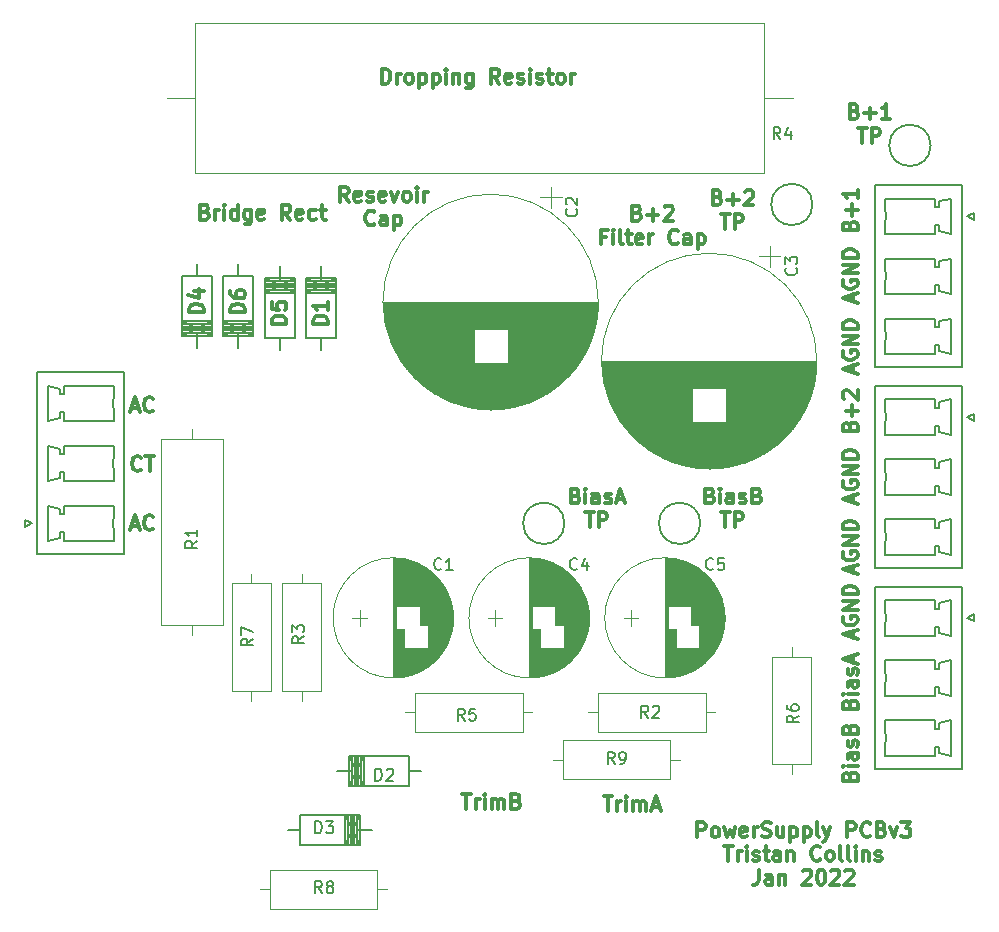
<source format=gbr>
G04 #@! TF.GenerationSoftware,KiCad,Pcbnew,(6.0.0-0)*
G04 #@! TF.CreationDate,2022-01-15T15:56:33+00:00*
G04 #@! TF.ProjectId,PowerSupply,506f7765-7253-4757-9070-6c792e6b6963,rev?*
G04 #@! TF.SameCoordinates,Original*
G04 #@! TF.FileFunction,Legend,Top*
G04 #@! TF.FilePolarity,Positive*
%FSLAX46Y46*%
G04 Gerber Fmt 4.6, Leading zero omitted, Abs format (unit mm)*
G04 Created by KiCad (PCBNEW (6.0.0-0)) date 2022-01-15 15:56:33*
%MOMM*%
%LPD*%
G01*
G04 APERTURE LIST*
%ADD10C,0.300000*%
%ADD11C,0.150000*%
%ADD12C,0.120000*%
G04 APERTURE END LIST*
D10*
X124208333Y-77202380D02*
X124208333Y-76607142D01*
X124565476Y-77321428D02*
X123315476Y-76904761D01*
X124565476Y-76488095D01*
X123375000Y-75416666D02*
X123315476Y-75535714D01*
X123315476Y-75714285D01*
X123375000Y-75892857D01*
X123494047Y-76011904D01*
X123613095Y-76071428D01*
X123851190Y-76130952D01*
X124029761Y-76130952D01*
X124267857Y-76071428D01*
X124386904Y-76011904D01*
X124505952Y-75892857D01*
X124565476Y-75714285D01*
X124565476Y-75595238D01*
X124505952Y-75416666D01*
X124446428Y-75357142D01*
X124029761Y-75357142D01*
X124029761Y-75595238D01*
X124565476Y-74821428D02*
X123315476Y-74821428D01*
X124565476Y-74107142D01*
X123315476Y-74107142D01*
X124565476Y-73511904D02*
X123315476Y-73511904D01*
X123315476Y-73214285D01*
X123375000Y-73035714D01*
X123494047Y-72916666D01*
X123613095Y-72857142D01*
X123851190Y-72797619D01*
X124029761Y-72797619D01*
X124267857Y-72857142D01*
X124386904Y-72916666D01*
X124505952Y-73035714D01*
X124565476Y-73214285D01*
X124565476Y-73511904D01*
X63910714Y-74446428D02*
X63851190Y-74505952D01*
X63672619Y-74565476D01*
X63553571Y-74565476D01*
X63375000Y-74505952D01*
X63255952Y-74386904D01*
X63196428Y-74267857D01*
X63136904Y-74029761D01*
X63136904Y-73851190D01*
X63196428Y-73613095D01*
X63255952Y-73494047D01*
X63375000Y-73375000D01*
X63553571Y-73315476D01*
X63672619Y-73315476D01*
X63851190Y-73375000D01*
X63910714Y-73434523D01*
X64267857Y-73315476D02*
X64982142Y-73315476D01*
X64625000Y-74565476D02*
X64625000Y-73315476D01*
X63077380Y-79208333D02*
X63672619Y-79208333D01*
X62958333Y-79565476D02*
X63375000Y-78315476D01*
X63791666Y-79565476D01*
X64922619Y-79446428D02*
X64863095Y-79505952D01*
X64684523Y-79565476D01*
X64565476Y-79565476D01*
X64386904Y-79505952D01*
X64267857Y-79386904D01*
X64208333Y-79267857D01*
X64148809Y-79029761D01*
X64148809Y-78851190D01*
X64208333Y-78613095D01*
X64267857Y-78494047D01*
X64386904Y-78375000D01*
X64565476Y-78315476D01*
X64684523Y-78315476D01*
X64863095Y-78375000D01*
X64922619Y-78434523D01*
X91100000Y-101915476D02*
X91814285Y-101915476D01*
X91457142Y-103165476D02*
X91457142Y-101915476D01*
X92230952Y-103165476D02*
X92230952Y-102332142D01*
X92230952Y-102570238D02*
X92290476Y-102451190D01*
X92350000Y-102391666D01*
X92469047Y-102332142D01*
X92588095Y-102332142D01*
X93004761Y-103165476D02*
X93004761Y-102332142D01*
X93004761Y-101915476D02*
X92945238Y-101975000D01*
X93004761Y-102034523D01*
X93064285Y-101975000D01*
X93004761Y-101915476D01*
X93004761Y-102034523D01*
X93600000Y-103165476D02*
X93600000Y-102332142D01*
X93600000Y-102451190D02*
X93659523Y-102391666D01*
X93778571Y-102332142D01*
X93957142Y-102332142D01*
X94076190Y-102391666D01*
X94135714Y-102510714D01*
X94135714Y-103165476D01*
X94135714Y-102510714D02*
X94195238Y-102391666D01*
X94314285Y-102332142D01*
X94492857Y-102332142D01*
X94611904Y-102391666D01*
X94671428Y-102510714D01*
X94671428Y-103165476D01*
X95683333Y-102510714D02*
X95861904Y-102570238D01*
X95921428Y-102629761D01*
X95980952Y-102748809D01*
X95980952Y-102927380D01*
X95921428Y-103046428D01*
X95861904Y-103105952D01*
X95742857Y-103165476D01*
X95266666Y-103165476D01*
X95266666Y-101915476D01*
X95683333Y-101915476D01*
X95802380Y-101975000D01*
X95861904Y-102034523D01*
X95921428Y-102153571D01*
X95921428Y-102272619D01*
X95861904Y-102391666D01*
X95802380Y-102451190D01*
X95683333Y-102510714D01*
X95266666Y-102510714D01*
X103089285Y-102115476D02*
X103803571Y-102115476D01*
X103446428Y-103365476D02*
X103446428Y-102115476D01*
X104220238Y-103365476D02*
X104220238Y-102532142D01*
X104220238Y-102770238D02*
X104279761Y-102651190D01*
X104339285Y-102591666D01*
X104458333Y-102532142D01*
X104577380Y-102532142D01*
X104994047Y-103365476D02*
X104994047Y-102532142D01*
X104994047Y-102115476D02*
X104934523Y-102175000D01*
X104994047Y-102234523D01*
X105053571Y-102175000D01*
X104994047Y-102115476D01*
X104994047Y-102234523D01*
X105589285Y-103365476D02*
X105589285Y-102532142D01*
X105589285Y-102651190D02*
X105648809Y-102591666D01*
X105767857Y-102532142D01*
X105946428Y-102532142D01*
X106065476Y-102591666D01*
X106125000Y-102710714D01*
X106125000Y-103365476D01*
X106125000Y-102710714D02*
X106184523Y-102591666D01*
X106303571Y-102532142D01*
X106482142Y-102532142D01*
X106601190Y-102591666D01*
X106660714Y-102710714D01*
X106660714Y-103365476D01*
X107196428Y-103008333D02*
X107791666Y-103008333D01*
X107077380Y-103365476D02*
X107494047Y-102115476D01*
X107910714Y-103365476D01*
X112095238Y-76654464D02*
X112273809Y-76713988D01*
X112333333Y-76773511D01*
X112392857Y-76892559D01*
X112392857Y-77071130D01*
X112333333Y-77190178D01*
X112273809Y-77249702D01*
X112154761Y-77309226D01*
X111678571Y-77309226D01*
X111678571Y-76059226D01*
X112095238Y-76059226D01*
X112214285Y-76118750D01*
X112273809Y-76178273D01*
X112333333Y-76297321D01*
X112333333Y-76416369D01*
X112273809Y-76535416D01*
X112214285Y-76594940D01*
X112095238Y-76654464D01*
X111678571Y-76654464D01*
X112928571Y-77309226D02*
X112928571Y-76475892D01*
X112928571Y-76059226D02*
X112869047Y-76118750D01*
X112928571Y-76178273D01*
X112988095Y-76118750D01*
X112928571Y-76059226D01*
X112928571Y-76178273D01*
X114059523Y-77309226D02*
X114059523Y-76654464D01*
X114000000Y-76535416D01*
X113880952Y-76475892D01*
X113642857Y-76475892D01*
X113523809Y-76535416D01*
X114059523Y-77249702D02*
X113940476Y-77309226D01*
X113642857Y-77309226D01*
X113523809Y-77249702D01*
X113464285Y-77130654D01*
X113464285Y-77011607D01*
X113523809Y-76892559D01*
X113642857Y-76833035D01*
X113940476Y-76833035D01*
X114059523Y-76773511D01*
X114595238Y-77249702D02*
X114714285Y-77309226D01*
X114952380Y-77309226D01*
X115071428Y-77249702D01*
X115130952Y-77130654D01*
X115130952Y-77071130D01*
X115071428Y-76952083D01*
X114952380Y-76892559D01*
X114773809Y-76892559D01*
X114654761Y-76833035D01*
X114595238Y-76713988D01*
X114595238Y-76654464D01*
X114654761Y-76535416D01*
X114773809Y-76475892D01*
X114952380Y-76475892D01*
X115071428Y-76535416D01*
X116083333Y-76654464D02*
X116261904Y-76713988D01*
X116321428Y-76773511D01*
X116380952Y-76892559D01*
X116380952Y-77071130D01*
X116321428Y-77190178D01*
X116261904Y-77249702D01*
X116142857Y-77309226D01*
X115666666Y-77309226D01*
X115666666Y-76059226D01*
X116083333Y-76059226D01*
X116202380Y-76118750D01*
X116261904Y-76178273D01*
X116321428Y-76297321D01*
X116321428Y-76416369D01*
X116261904Y-76535416D01*
X116202380Y-76594940D01*
X116083333Y-76654464D01*
X115666666Y-76654464D01*
X113017857Y-78071726D02*
X113732142Y-78071726D01*
X113375000Y-79321726D02*
X113375000Y-78071726D01*
X114148809Y-79321726D02*
X114148809Y-78071726D01*
X114625000Y-78071726D01*
X114744047Y-78131250D01*
X114803571Y-78190773D01*
X114863095Y-78309821D01*
X114863095Y-78488392D01*
X114803571Y-78607440D01*
X114744047Y-78666964D01*
X114625000Y-78726488D01*
X114148809Y-78726488D01*
X100684523Y-76654464D02*
X100863095Y-76713988D01*
X100922619Y-76773511D01*
X100982142Y-76892559D01*
X100982142Y-77071130D01*
X100922619Y-77190178D01*
X100863095Y-77249702D01*
X100744047Y-77309226D01*
X100267857Y-77309226D01*
X100267857Y-76059226D01*
X100684523Y-76059226D01*
X100803571Y-76118750D01*
X100863095Y-76178273D01*
X100922619Y-76297321D01*
X100922619Y-76416369D01*
X100863095Y-76535416D01*
X100803571Y-76594940D01*
X100684523Y-76654464D01*
X100267857Y-76654464D01*
X101517857Y-77309226D02*
X101517857Y-76475892D01*
X101517857Y-76059226D02*
X101458333Y-76118750D01*
X101517857Y-76178273D01*
X101577380Y-76118750D01*
X101517857Y-76059226D01*
X101517857Y-76178273D01*
X102648809Y-77309226D02*
X102648809Y-76654464D01*
X102589285Y-76535416D01*
X102470238Y-76475892D01*
X102232142Y-76475892D01*
X102113095Y-76535416D01*
X102648809Y-77249702D02*
X102529761Y-77309226D01*
X102232142Y-77309226D01*
X102113095Y-77249702D01*
X102053571Y-77130654D01*
X102053571Y-77011607D01*
X102113095Y-76892559D01*
X102232142Y-76833035D01*
X102529761Y-76833035D01*
X102648809Y-76773511D01*
X103184523Y-77249702D02*
X103303571Y-77309226D01*
X103541666Y-77309226D01*
X103660714Y-77249702D01*
X103720238Y-77130654D01*
X103720238Y-77071130D01*
X103660714Y-76952083D01*
X103541666Y-76892559D01*
X103363095Y-76892559D01*
X103244047Y-76833035D01*
X103184523Y-76713988D01*
X103184523Y-76654464D01*
X103244047Y-76535416D01*
X103363095Y-76475892D01*
X103541666Y-76475892D01*
X103660714Y-76535416D01*
X104196428Y-76952083D02*
X104791666Y-76952083D01*
X104077380Y-77309226D02*
X104494047Y-76059226D01*
X104910714Y-77309226D01*
X101517857Y-78071726D02*
X102232142Y-78071726D01*
X101875000Y-79321726D02*
X101875000Y-78071726D01*
X102648809Y-79321726D02*
X102648809Y-78071726D01*
X103125000Y-78071726D01*
X103244047Y-78131250D01*
X103303571Y-78190773D01*
X103363095Y-78309821D01*
X103363095Y-78488392D01*
X103303571Y-78607440D01*
X103244047Y-78666964D01*
X103125000Y-78726488D01*
X102648809Y-78726488D01*
X111011904Y-105552976D02*
X111011904Y-104302976D01*
X111488095Y-104302976D01*
X111607142Y-104362500D01*
X111666666Y-104422023D01*
X111726190Y-104541071D01*
X111726190Y-104719642D01*
X111666666Y-104838690D01*
X111607142Y-104898214D01*
X111488095Y-104957738D01*
X111011904Y-104957738D01*
X112440476Y-105552976D02*
X112321428Y-105493452D01*
X112261904Y-105433928D01*
X112202380Y-105314880D01*
X112202380Y-104957738D01*
X112261904Y-104838690D01*
X112321428Y-104779166D01*
X112440476Y-104719642D01*
X112619047Y-104719642D01*
X112738095Y-104779166D01*
X112797619Y-104838690D01*
X112857142Y-104957738D01*
X112857142Y-105314880D01*
X112797619Y-105433928D01*
X112738095Y-105493452D01*
X112619047Y-105552976D01*
X112440476Y-105552976D01*
X113273809Y-104719642D02*
X113511904Y-105552976D01*
X113750000Y-104957738D01*
X113988095Y-105552976D01*
X114226190Y-104719642D01*
X115178571Y-105493452D02*
X115059523Y-105552976D01*
X114821428Y-105552976D01*
X114702380Y-105493452D01*
X114642857Y-105374404D01*
X114642857Y-104898214D01*
X114702380Y-104779166D01*
X114821428Y-104719642D01*
X115059523Y-104719642D01*
X115178571Y-104779166D01*
X115238095Y-104898214D01*
X115238095Y-105017261D01*
X114642857Y-105136309D01*
X115773809Y-105552976D02*
X115773809Y-104719642D01*
X115773809Y-104957738D02*
X115833333Y-104838690D01*
X115892857Y-104779166D01*
X116011904Y-104719642D01*
X116130952Y-104719642D01*
X116488095Y-105493452D02*
X116666666Y-105552976D01*
X116964285Y-105552976D01*
X117083333Y-105493452D01*
X117142857Y-105433928D01*
X117202380Y-105314880D01*
X117202380Y-105195833D01*
X117142857Y-105076785D01*
X117083333Y-105017261D01*
X116964285Y-104957738D01*
X116726190Y-104898214D01*
X116607142Y-104838690D01*
X116547619Y-104779166D01*
X116488095Y-104660119D01*
X116488095Y-104541071D01*
X116547619Y-104422023D01*
X116607142Y-104362500D01*
X116726190Y-104302976D01*
X117023809Y-104302976D01*
X117202380Y-104362500D01*
X118273809Y-104719642D02*
X118273809Y-105552976D01*
X117738095Y-104719642D02*
X117738095Y-105374404D01*
X117797619Y-105493452D01*
X117916666Y-105552976D01*
X118095238Y-105552976D01*
X118214285Y-105493452D01*
X118273809Y-105433928D01*
X118869047Y-104719642D02*
X118869047Y-105969642D01*
X118869047Y-104779166D02*
X118988095Y-104719642D01*
X119226190Y-104719642D01*
X119345238Y-104779166D01*
X119404761Y-104838690D01*
X119464285Y-104957738D01*
X119464285Y-105314880D01*
X119404761Y-105433928D01*
X119345238Y-105493452D01*
X119226190Y-105552976D01*
X118988095Y-105552976D01*
X118869047Y-105493452D01*
X120000000Y-104719642D02*
X120000000Y-105969642D01*
X120000000Y-104779166D02*
X120119047Y-104719642D01*
X120357142Y-104719642D01*
X120476190Y-104779166D01*
X120535714Y-104838690D01*
X120595238Y-104957738D01*
X120595238Y-105314880D01*
X120535714Y-105433928D01*
X120476190Y-105493452D01*
X120357142Y-105552976D01*
X120119047Y-105552976D01*
X120000000Y-105493452D01*
X121309523Y-105552976D02*
X121190476Y-105493452D01*
X121130952Y-105374404D01*
X121130952Y-104302976D01*
X121666666Y-104719642D02*
X121964285Y-105552976D01*
X122261904Y-104719642D02*
X121964285Y-105552976D01*
X121845238Y-105850595D01*
X121785714Y-105910119D01*
X121666666Y-105969642D01*
X123690476Y-105552976D02*
X123690476Y-104302976D01*
X124166666Y-104302976D01*
X124285714Y-104362500D01*
X124345238Y-104422023D01*
X124404761Y-104541071D01*
X124404761Y-104719642D01*
X124345238Y-104838690D01*
X124285714Y-104898214D01*
X124166666Y-104957738D01*
X123690476Y-104957738D01*
X125654761Y-105433928D02*
X125595238Y-105493452D01*
X125416666Y-105552976D01*
X125297619Y-105552976D01*
X125119047Y-105493452D01*
X125000000Y-105374404D01*
X124940476Y-105255357D01*
X124880952Y-105017261D01*
X124880952Y-104838690D01*
X124940476Y-104600595D01*
X125000000Y-104481547D01*
X125119047Y-104362500D01*
X125297619Y-104302976D01*
X125416666Y-104302976D01*
X125595238Y-104362500D01*
X125654761Y-104422023D01*
X126607142Y-104898214D02*
X126785714Y-104957738D01*
X126845238Y-105017261D01*
X126904761Y-105136309D01*
X126904761Y-105314880D01*
X126845238Y-105433928D01*
X126785714Y-105493452D01*
X126666666Y-105552976D01*
X126190476Y-105552976D01*
X126190476Y-104302976D01*
X126607142Y-104302976D01*
X126726190Y-104362500D01*
X126785714Y-104422023D01*
X126845238Y-104541071D01*
X126845238Y-104660119D01*
X126785714Y-104779166D01*
X126726190Y-104838690D01*
X126607142Y-104898214D01*
X126190476Y-104898214D01*
X127321428Y-104719642D02*
X127619047Y-105552976D01*
X127916666Y-104719642D01*
X128273809Y-104302976D02*
X129047619Y-104302976D01*
X128630952Y-104779166D01*
X128809523Y-104779166D01*
X128928571Y-104838690D01*
X128988095Y-104898214D01*
X129047619Y-105017261D01*
X129047619Y-105314880D01*
X128988095Y-105433928D01*
X128928571Y-105493452D01*
X128809523Y-105552976D01*
X128452380Y-105552976D01*
X128333333Y-105493452D01*
X128273809Y-105433928D01*
X113273809Y-106315476D02*
X113988095Y-106315476D01*
X113630952Y-107565476D02*
X113630952Y-106315476D01*
X114404761Y-107565476D02*
X114404761Y-106732142D01*
X114404761Y-106970238D02*
X114464285Y-106851190D01*
X114523809Y-106791666D01*
X114642857Y-106732142D01*
X114761904Y-106732142D01*
X115178571Y-107565476D02*
X115178571Y-106732142D01*
X115178571Y-106315476D02*
X115119047Y-106375000D01*
X115178571Y-106434523D01*
X115238095Y-106375000D01*
X115178571Y-106315476D01*
X115178571Y-106434523D01*
X115714285Y-107505952D02*
X115833333Y-107565476D01*
X116071428Y-107565476D01*
X116190476Y-107505952D01*
X116250000Y-107386904D01*
X116250000Y-107327380D01*
X116190476Y-107208333D01*
X116071428Y-107148809D01*
X115892857Y-107148809D01*
X115773809Y-107089285D01*
X115714285Y-106970238D01*
X115714285Y-106910714D01*
X115773809Y-106791666D01*
X115892857Y-106732142D01*
X116071428Y-106732142D01*
X116190476Y-106791666D01*
X116607142Y-106732142D02*
X117083333Y-106732142D01*
X116785714Y-106315476D02*
X116785714Y-107386904D01*
X116845238Y-107505952D01*
X116964285Y-107565476D01*
X117083333Y-107565476D01*
X118035714Y-107565476D02*
X118035714Y-106910714D01*
X117976190Y-106791666D01*
X117857142Y-106732142D01*
X117619047Y-106732142D01*
X117500000Y-106791666D01*
X118035714Y-107505952D02*
X117916666Y-107565476D01*
X117619047Y-107565476D01*
X117500000Y-107505952D01*
X117440476Y-107386904D01*
X117440476Y-107267857D01*
X117500000Y-107148809D01*
X117619047Y-107089285D01*
X117916666Y-107089285D01*
X118035714Y-107029761D01*
X118630952Y-106732142D02*
X118630952Y-107565476D01*
X118630952Y-106851190D02*
X118690476Y-106791666D01*
X118809523Y-106732142D01*
X118988095Y-106732142D01*
X119107142Y-106791666D01*
X119166666Y-106910714D01*
X119166666Y-107565476D01*
X121428571Y-107446428D02*
X121369047Y-107505952D01*
X121190476Y-107565476D01*
X121071428Y-107565476D01*
X120892857Y-107505952D01*
X120773809Y-107386904D01*
X120714285Y-107267857D01*
X120654761Y-107029761D01*
X120654761Y-106851190D01*
X120714285Y-106613095D01*
X120773809Y-106494047D01*
X120892857Y-106375000D01*
X121071428Y-106315476D01*
X121190476Y-106315476D01*
X121369047Y-106375000D01*
X121428571Y-106434523D01*
X122142857Y-107565476D02*
X122023809Y-107505952D01*
X121964285Y-107446428D01*
X121904761Y-107327380D01*
X121904761Y-106970238D01*
X121964285Y-106851190D01*
X122023809Y-106791666D01*
X122142857Y-106732142D01*
X122321428Y-106732142D01*
X122440476Y-106791666D01*
X122500000Y-106851190D01*
X122559523Y-106970238D01*
X122559523Y-107327380D01*
X122500000Y-107446428D01*
X122440476Y-107505952D01*
X122321428Y-107565476D01*
X122142857Y-107565476D01*
X123273809Y-107565476D02*
X123154761Y-107505952D01*
X123095238Y-107386904D01*
X123095238Y-106315476D01*
X123928571Y-107565476D02*
X123809523Y-107505952D01*
X123750000Y-107386904D01*
X123750000Y-106315476D01*
X124404761Y-107565476D02*
X124404761Y-106732142D01*
X124404761Y-106315476D02*
X124345238Y-106375000D01*
X124404761Y-106434523D01*
X124464285Y-106375000D01*
X124404761Y-106315476D01*
X124404761Y-106434523D01*
X125000000Y-106732142D02*
X125000000Y-107565476D01*
X125000000Y-106851190D02*
X125059523Y-106791666D01*
X125178571Y-106732142D01*
X125357142Y-106732142D01*
X125476190Y-106791666D01*
X125535714Y-106910714D01*
X125535714Y-107565476D01*
X126071428Y-107505952D02*
X126190476Y-107565476D01*
X126428571Y-107565476D01*
X126547619Y-107505952D01*
X126607142Y-107386904D01*
X126607142Y-107327380D01*
X126547619Y-107208333D01*
X126428571Y-107148809D01*
X126250000Y-107148809D01*
X126130952Y-107089285D01*
X126071428Y-106970238D01*
X126071428Y-106910714D01*
X126130952Y-106791666D01*
X126250000Y-106732142D01*
X126428571Y-106732142D01*
X126547619Y-106791666D01*
X116190476Y-108327976D02*
X116190476Y-109220833D01*
X116130952Y-109399404D01*
X116011904Y-109518452D01*
X115833333Y-109577976D01*
X115714285Y-109577976D01*
X117321428Y-109577976D02*
X117321428Y-108923214D01*
X117261904Y-108804166D01*
X117142857Y-108744642D01*
X116904761Y-108744642D01*
X116785714Y-108804166D01*
X117321428Y-109518452D02*
X117202380Y-109577976D01*
X116904761Y-109577976D01*
X116785714Y-109518452D01*
X116726190Y-109399404D01*
X116726190Y-109280357D01*
X116785714Y-109161309D01*
X116904761Y-109101785D01*
X117202380Y-109101785D01*
X117321428Y-109042261D01*
X117916666Y-108744642D02*
X117916666Y-109577976D01*
X117916666Y-108863690D02*
X117976190Y-108804166D01*
X118095238Y-108744642D01*
X118273809Y-108744642D01*
X118392857Y-108804166D01*
X118452380Y-108923214D01*
X118452380Y-109577976D01*
X119940476Y-108447023D02*
X120000000Y-108387500D01*
X120119047Y-108327976D01*
X120416666Y-108327976D01*
X120535714Y-108387500D01*
X120595238Y-108447023D01*
X120654761Y-108566071D01*
X120654761Y-108685119D01*
X120595238Y-108863690D01*
X119880952Y-109577976D01*
X120654761Y-109577976D01*
X121428571Y-108327976D02*
X121547619Y-108327976D01*
X121666666Y-108387500D01*
X121726190Y-108447023D01*
X121785714Y-108566071D01*
X121845238Y-108804166D01*
X121845238Y-109101785D01*
X121785714Y-109339880D01*
X121726190Y-109458928D01*
X121666666Y-109518452D01*
X121547619Y-109577976D01*
X121428571Y-109577976D01*
X121309523Y-109518452D01*
X121250000Y-109458928D01*
X121190476Y-109339880D01*
X121130952Y-109101785D01*
X121130952Y-108804166D01*
X121190476Y-108566071D01*
X121250000Y-108447023D01*
X121309523Y-108387500D01*
X121428571Y-108327976D01*
X122321428Y-108447023D02*
X122380952Y-108387500D01*
X122500000Y-108327976D01*
X122797619Y-108327976D01*
X122916666Y-108387500D01*
X122976190Y-108447023D01*
X123035714Y-108566071D01*
X123035714Y-108685119D01*
X122976190Y-108863690D01*
X122261904Y-109577976D01*
X123035714Y-109577976D01*
X123511904Y-108447023D02*
X123571428Y-108387500D01*
X123690476Y-108327976D01*
X123988095Y-108327976D01*
X124107142Y-108387500D01*
X124166666Y-108447023D01*
X124226190Y-108566071D01*
X124226190Y-108685119D01*
X124166666Y-108863690D01*
X123452380Y-109577976D01*
X124226190Y-109577976D01*
X105920238Y-52704464D02*
X106098809Y-52763988D01*
X106158333Y-52823511D01*
X106217857Y-52942559D01*
X106217857Y-53121130D01*
X106158333Y-53240178D01*
X106098809Y-53299702D01*
X105979761Y-53359226D01*
X105503571Y-53359226D01*
X105503571Y-52109226D01*
X105920238Y-52109226D01*
X106039285Y-52168750D01*
X106098809Y-52228273D01*
X106158333Y-52347321D01*
X106158333Y-52466369D01*
X106098809Y-52585416D01*
X106039285Y-52644940D01*
X105920238Y-52704464D01*
X105503571Y-52704464D01*
X106753571Y-52883035D02*
X107705952Y-52883035D01*
X107229761Y-53359226D02*
X107229761Y-52406845D01*
X108241666Y-52228273D02*
X108301190Y-52168750D01*
X108420238Y-52109226D01*
X108717857Y-52109226D01*
X108836904Y-52168750D01*
X108896428Y-52228273D01*
X108955952Y-52347321D01*
X108955952Y-52466369D01*
X108896428Y-52644940D01*
X108182142Y-53359226D01*
X108955952Y-53359226D01*
X103241666Y-54716964D02*
X102825000Y-54716964D01*
X102825000Y-55371726D02*
X102825000Y-54121726D01*
X103420238Y-54121726D01*
X103896428Y-55371726D02*
X103896428Y-54538392D01*
X103896428Y-54121726D02*
X103836904Y-54181250D01*
X103896428Y-54240773D01*
X103955952Y-54181250D01*
X103896428Y-54121726D01*
X103896428Y-54240773D01*
X104670238Y-55371726D02*
X104551190Y-55312202D01*
X104491666Y-55193154D01*
X104491666Y-54121726D01*
X104967857Y-54538392D02*
X105444047Y-54538392D01*
X105146428Y-54121726D02*
X105146428Y-55193154D01*
X105205952Y-55312202D01*
X105325000Y-55371726D01*
X105444047Y-55371726D01*
X106336904Y-55312202D02*
X106217857Y-55371726D01*
X105979761Y-55371726D01*
X105860714Y-55312202D01*
X105801190Y-55193154D01*
X105801190Y-54716964D01*
X105860714Y-54597916D01*
X105979761Y-54538392D01*
X106217857Y-54538392D01*
X106336904Y-54597916D01*
X106396428Y-54716964D01*
X106396428Y-54836011D01*
X105801190Y-54955059D01*
X106932142Y-55371726D02*
X106932142Y-54538392D01*
X106932142Y-54776488D02*
X106991666Y-54657440D01*
X107051190Y-54597916D01*
X107170238Y-54538392D01*
X107289285Y-54538392D01*
X109372619Y-55252678D02*
X109313095Y-55312202D01*
X109134523Y-55371726D01*
X109015476Y-55371726D01*
X108836904Y-55312202D01*
X108717857Y-55193154D01*
X108658333Y-55074107D01*
X108598809Y-54836011D01*
X108598809Y-54657440D01*
X108658333Y-54419345D01*
X108717857Y-54300297D01*
X108836904Y-54181250D01*
X109015476Y-54121726D01*
X109134523Y-54121726D01*
X109313095Y-54181250D01*
X109372619Y-54240773D01*
X110444047Y-55371726D02*
X110444047Y-54716964D01*
X110384523Y-54597916D01*
X110265476Y-54538392D01*
X110027380Y-54538392D01*
X109908333Y-54597916D01*
X110444047Y-55312202D02*
X110325000Y-55371726D01*
X110027380Y-55371726D01*
X109908333Y-55312202D01*
X109848809Y-55193154D01*
X109848809Y-55074107D01*
X109908333Y-54955059D01*
X110027380Y-54895535D01*
X110325000Y-54895535D01*
X110444047Y-54836011D01*
X111039285Y-54538392D02*
X111039285Y-55788392D01*
X111039285Y-54597916D02*
X111158333Y-54538392D01*
X111396428Y-54538392D01*
X111515476Y-54597916D01*
X111575000Y-54657440D01*
X111634523Y-54776488D01*
X111634523Y-55133630D01*
X111575000Y-55252678D01*
X111515476Y-55312202D01*
X111396428Y-55371726D01*
X111158333Y-55371726D01*
X111039285Y-55312202D01*
X81483333Y-51759226D02*
X81066666Y-51163988D01*
X80769047Y-51759226D02*
X80769047Y-50509226D01*
X81245238Y-50509226D01*
X81364285Y-50568750D01*
X81423809Y-50628273D01*
X81483333Y-50747321D01*
X81483333Y-50925892D01*
X81423809Y-51044940D01*
X81364285Y-51104464D01*
X81245238Y-51163988D01*
X80769047Y-51163988D01*
X82495238Y-51699702D02*
X82376190Y-51759226D01*
X82138095Y-51759226D01*
X82019047Y-51699702D01*
X81959523Y-51580654D01*
X81959523Y-51104464D01*
X82019047Y-50985416D01*
X82138095Y-50925892D01*
X82376190Y-50925892D01*
X82495238Y-50985416D01*
X82554761Y-51104464D01*
X82554761Y-51223511D01*
X81959523Y-51342559D01*
X83030952Y-51699702D02*
X83150000Y-51759226D01*
X83388095Y-51759226D01*
X83507142Y-51699702D01*
X83566666Y-51580654D01*
X83566666Y-51521130D01*
X83507142Y-51402083D01*
X83388095Y-51342559D01*
X83209523Y-51342559D01*
X83090476Y-51283035D01*
X83030952Y-51163988D01*
X83030952Y-51104464D01*
X83090476Y-50985416D01*
X83209523Y-50925892D01*
X83388095Y-50925892D01*
X83507142Y-50985416D01*
X84578571Y-51699702D02*
X84459523Y-51759226D01*
X84221428Y-51759226D01*
X84102380Y-51699702D01*
X84042857Y-51580654D01*
X84042857Y-51104464D01*
X84102380Y-50985416D01*
X84221428Y-50925892D01*
X84459523Y-50925892D01*
X84578571Y-50985416D01*
X84638095Y-51104464D01*
X84638095Y-51223511D01*
X84042857Y-51342559D01*
X85054761Y-50925892D02*
X85352380Y-51759226D01*
X85650000Y-50925892D01*
X86304761Y-51759226D02*
X86185714Y-51699702D01*
X86126190Y-51640178D01*
X86066666Y-51521130D01*
X86066666Y-51163988D01*
X86126190Y-51044940D01*
X86185714Y-50985416D01*
X86304761Y-50925892D01*
X86483333Y-50925892D01*
X86602380Y-50985416D01*
X86661904Y-51044940D01*
X86721428Y-51163988D01*
X86721428Y-51521130D01*
X86661904Y-51640178D01*
X86602380Y-51699702D01*
X86483333Y-51759226D01*
X86304761Y-51759226D01*
X87257142Y-51759226D02*
X87257142Y-50925892D01*
X87257142Y-50509226D02*
X87197619Y-50568750D01*
X87257142Y-50628273D01*
X87316666Y-50568750D01*
X87257142Y-50509226D01*
X87257142Y-50628273D01*
X87852380Y-51759226D02*
X87852380Y-50925892D01*
X87852380Y-51163988D02*
X87911904Y-51044940D01*
X87971428Y-50985416D01*
X88090476Y-50925892D01*
X88209523Y-50925892D01*
X83655952Y-53652678D02*
X83596428Y-53712202D01*
X83417857Y-53771726D01*
X83298809Y-53771726D01*
X83120238Y-53712202D01*
X83001190Y-53593154D01*
X82941666Y-53474107D01*
X82882142Y-53236011D01*
X82882142Y-53057440D01*
X82941666Y-52819345D01*
X83001190Y-52700297D01*
X83120238Y-52581250D01*
X83298809Y-52521726D01*
X83417857Y-52521726D01*
X83596428Y-52581250D01*
X83655952Y-52640773D01*
X84727380Y-53771726D02*
X84727380Y-53116964D01*
X84667857Y-52997916D01*
X84548809Y-52938392D01*
X84310714Y-52938392D01*
X84191666Y-52997916D01*
X84727380Y-53712202D02*
X84608333Y-53771726D01*
X84310714Y-53771726D01*
X84191666Y-53712202D01*
X84132142Y-53593154D01*
X84132142Y-53474107D01*
X84191666Y-53355059D01*
X84310714Y-53295535D01*
X84608333Y-53295535D01*
X84727380Y-53236011D01*
X85322619Y-52938392D02*
X85322619Y-54188392D01*
X85322619Y-52997916D02*
X85441666Y-52938392D01*
X85679761Y-52938392D01*
X85798809Y-52997916D01*
X85858333Y-53057440D01*
X85917857Y-53176488D01*
X85917857Y-53533630D01*
X85858333Y-53652678D01*
X85798809Y-53712202D01*
X85679761Y-53771726D01*
X85441666Y-53771726D01*
X85322619Y-53712202D01*
X124320238Y-44104464D02*
X124498809Y-44163988D01*
X124558333Y-44223511D01*
X124617857Y-44342559D01*
X124617857Y-44521130D01*
X124558333Y-44640178D01*
X124498809Y-44699702D01*
X124379761Y-44759226D01*
X123903571Y-44759226D01*
X123903571Y-43509226D01*
X124320238Y-43509226D01*
X124439285Y-43568750D01*
X124498809Y-43628273D01*
X124558333Y-43747321D01*
X124558333Y-43866369D01*
X124498809Y-43985416D01*
X124439285Y-44044940D01*
X124320238Y-44104464D01*
X123903571Y-44104464D01*
X125153571Y-44283035D02*
X126105952Y-44283035D01*
X125629761Y-44759226D02*
X125629761Y-43806845D01*
X127355952Y-44759226D02*
X126641666Y-44759226D01*
X126998809Y-44759226D02*
X126998809Y-43509226D01*
X126879761Y-43687797D01*
X126760714Y-43806845D01*
X126641666Y-43866369D01*
X124617857Y-45521726D02*
X125332142Y-45521726D01*
X124975000Y-46771726D02*
X124975000Y-45521726D01*
X125748809Y-46771726D02*
X125748809Y-45521726D01*
X126225000Y-45521726D01*
X126344047Y-45581250D01*
X126403571Y-45640773D01*
X126463095Y-45759821D01*
X126463095Y-45938392D01*
X126403571Y-46057440D01*
X126344047Y-46116964D01*
X126225000Y-46176488D01*
X125748809Y-46176488D01*
X124208333Y-88702380D02*
X124208333Y-88107142D01*
X124565476Y-88821428D02*
X123315476Y-88404761D01*
X124565476Y-87988095D01*
X123375000Y-86916666D02*
X123315476Y-87035714D01*
X123315476Y-87214285D01*
X123375000Y-87392857D01*
X123494047Y-87511904D01*
X123613095Y-87571428D01*
X123851190Y-87630952D01*
X124029761Y-87630952D01*
X124267857Y-87571428D01*
X124386904Y-87511904D01*
X124505952Y-87392857D01*
X124565476Y-87214285D01*
X124565476Y-87095238D01*
X124505952Y-86916666D01*
X124446428Y-86857142D01*
X124029761Y-86857142D01*
X124029761Y-87095238D01*
X124565476Y-86321428D02*
X123315476Y-86321428D01*
X124565476Y-85607142D01*
X123315476Y-85607142D01*
X124565476Y-85011904D02*
X123315476Y-85011904D01*
X123315476Y-84714285D01*
X123375000Y-84535714D01*
X123494047Y-84416666D01*
X123613095Y-84357142D01*
X123851190Y-84297619D01*
X124029761Y-84297619D01*
X124267857Y-84357142D01*
X124386904Y-84416666D01*
X124505952Y-84535714D01*
X124565476Y-84714285D01*
X124565476Y-85011904D01*
X79700996Y-62135099D02*
X78450996Y-62135099D01*
X78450996Y-61837480D01*
X78510520Y-61658908D01*
X78629567Y-61539860D01*
X78748615Y-61480337D01*
X78986710Y-61420813D01*
X79165281Y-61420813D01*
X79403377Y-61480337D01*
X79522424Y-61539860D01*
X79641472Y-61658908D01*
X79700996Y-61837480D01*
X79700996Y-62135099D01*
X79700996Y-60230337D02*
X79700996Y-60944622D01*
X79700996Y-60587480D02*
X78450996Y-60587480D01*
X78629567Y-60706527D01*
X78748615Y-60825575D01*
X78808139Y-60944622D01*
X72700996Y-61135099D02*
X71450996Y-61135099D01*
X71450996Y-60837480D01*
X71510520Y-60658908D01*
X71629567Y-60539860D01*
X71748615Y-60480337D01*
X71986710Y-60420813D01*
X72165281Y-60420813D01*
X72403377Y-60480337D01*
X72522424Y-60539860D01*
X72641472Y-60658908D01*
X72700996Y-60837480D01*
X72700996Y-61135099D01*
X71450996Y-59349384D02*
X71450996Y-59587480D01*
X71510520Y-59706527D01*
X71570043Y-59766051D01*
X71748615Y-59885099D01*
X71986710Y-59944622D01*
X72462900Y-59944622D01*
X72581948Y-59885099D01*
X72641472Y-59825575D01*
X72700996Y-59706527D01*
X72700996Y-59468432D01*
X72641472Y-59349384D01*
X72581948Y-59289860D01*
X72462900Y-59230337D01*
X72165281Y-59230337D01*
X72046234Y-59289860D01*
X71986710Y-59349384D01*
X71927186Y-59468432D01*
X71927186Y-59706527D01*
X71986710Y-59825575D01*
X72046234Y-59885099D01*
X72165281Y-59944622D01*
X124208333Y-60202380D02*
X124208333Y-59607142D01*
X124565476Y-60321428D02*
X123315476Y-59904761D01*
X124565476Y-59488095D01*
X123375000Y-58416666D02*
X123315476Y-58535714D01*
X123315476Y-58714285D01*
X123375000Y-58892857D01*
X123494047Y-59011904D01*
X123613095Y-59071428D01*
X123851190Y-59130952D01*
X124029761Y-59130952D01*
X124267857Y-59071428D01*
X124386904Y-59011904D01*
X124505952Y-58892857D01*
X124565476Y-58714285D01*
X124565476Y-58595238D01*
X124505952Y-58416666D01*
X124446428Y-58357142D01*
X124029761Y-58357142D01*
X124029761Y-58595238D01*
X124565476Y-57821428D02*
X123315476Y-57821428D01*
X124565476Y-57107142D01*
X123315476Y-57107142D01*
X124565476Y-56511904D02*
X123315476Y-56511904D01*
X123315476Y-56214285D01*
X123375000Y-56035714D01*
X123494047Y-55916666D01*
X123613095Y-55857142D01*
X123851190Y-55797619D01*
X124029761Y-55797619D01*
X124267857Y-55857142D01*
X124386904Y-55916666D01*
X124505952Y-56035714D01*
X124565476Y-56214285D01*
X124565476Y-56511904D01*
X69200996Y-61135099D02*
X67950996Y-61135099D01*
X67950996Y-60837480D01*
X68010520Y-60658908D01*
X68129567Y-60539860D01*
X68248615Y-60480337D01*
X68486710Y-60420813D01*
X68665281Y-60420813D01*
X68903377Y-60480337D01*
X69022424Y-60539860D01*
X69141472Y-60658908D01*
X69200996Y-60837480D01*
X69200996Y-61135099D01*
X68367662Y-59349384D02*
X69200996Y-59349384D01*
X67891472Y-59647003D02*
X68784329Y-59944622D01*
X68784329Y-59170813D01*
X123910714Y-53779761D02*
X123970238Y-53601190D01*
X124029761Y-53541666D01*
X124148809Y-53482142D01*
X124327380Y-53482142D01*
X124446428Y-53541666D01*
X124505952Y-53601190D01*
X124565476Y-53720238D01*
X124565476Y-54196428D01*
X123315476Y-54196428D01*
X123315476Y-53779761D01*
X123375000Y-53660714D01*
X123434523Y-53601190D01*
X123553571Y-53541666D01*
X123672619Y-53541666D01*
X123791666Y-53601190D01*
X123851190Y-53660714D01*
X123910714Y-53779761D01*
X123910714Y-54196428D01*
X124089285Y-52946428D02*
X124089285Y-51994047D01*
X124565476Y-52470238D02*
X123613095Y-52470238D01*
X124565476Y-50744047D02*
X124565476Y-51458333D01*
X124565476Y-51101190D02*
X123315476Y-51101190D01*
X123494047Y-51220238D01*
X123613095Y-51339285D01*
X123672619Y-51458333D01*
X123910714Y-100404761D02*
X123970238Y-100226190D01*
X124029761Y-100166666D01*
X124148809Y-100107142D01*
X124327380Y-100107142D01*
X124446428Y-100166666D01*
X124505952Y-100226190D01*
X124565476Y-100345238D01*
X124565476Y-100821428D01*
X123315476Y-100821428D01*
X123315476Y-100404761D01*
X123375000Y-100285714D01*
X123434523Y-100226190D01*
X123553571Y-100166666D01*
X123672619Y-100166666D01*
X123791666Y-100226190D01*
X123851190Y-100285714D01*
X123910714Y-100404761D01*
X123910714Y-100821428D01*
X124565476Y-99571428D02*
X123732142Y-99571428D01*
X123315476Y-99571428D02*
X123375000Y-99630952D01*
X123434523Y-99571428D01*
X123375000Y-99511904D01*
X123315476Y-99571428D01*
X123434523Y-99571428D01*
X124565476Y-98440476D02*
X123910714Y-98440476D01*
X123791666Y-98500000D01*
X123732142Y-98619047D01*
X123732142Y-98857142D01*
X123791666Y-98976190D01*
X124505952Y-98440476D02*
X124565476Y-98559523D01*
X124565476Y-98857142D01*
X124505952Y-98976190D01*
X124386904Y-99035714D01*
X124267857Y-99035714D01*
X124148809Y-98976190D01*
X124089285Y-98857142D01*
X124089285Y-98559523D01*
X124029761Y-98440476D01*
X124505952Y-97904761D02*
X124565476Y-97785714D01*
X124565476Y-97547619D01*
X124505952Y-97428571D01*
X124386904Y-97369047D01*
X124327380Y-97369047D01*
X124208333Y-97428571D01*
X124148809Y-97547619D01*
X124148809Y-97726190D01*
X124089285Y-97845238D01*
X123970238Y-97904761D01*
X123910714Y-97904761D01*
X123791666Y-97845238D01*
X123732142Y-97726190D01*
X123732142Y-97547619D01*
X123791666Y-97428571D01*
X123910714Y-96416666D02*
X123970238Y-96238095D01*
X124029761Y-96178571D01*
X124148809Y-96119047D01*
X124327380Y-96119047D01*
X124446428Y-96178571D01*
X124505952Y-96238095D01*
X124565476Y-96357142D01*
X124565476Y-96833333D01*
X123315476Y-96833333D01*
X123315476Y-96416666D01*
X123375000Y-96297619D01*
X123434523Y-96238095D01*
X123553571Y-96178571D01*
X123672619Y-96178571D01*
X123791666Y-96238095D01*
X123851190Y-96297619D01*
X123910714Y-96416666D01*
X123910714Y-96833333D01*
X124208333Y-83202380D02*
X124208333Y-82607142D01*
X124565476Y-83321428D02*
X123315476Y-82904761D01*
X124565476Y-82488095D01*
X123375000Y-81416666D02*
X123315476Y-81535714D01*
X123315476Y-81714285D01*
X123375000Y-81892857D01*
X123494047Y-82011904D01*
X123613095Y-82071428D01*
X123851190Y-82130952D01*
X124029761Y-82130952D01*
X124267857Y-82071428D01*
X124386904Y-82011904D01*
X124505952Y-81892857D01*
X124565476Y-81714285D01*
X124565476Y-81595238D01*
X124505952Y-81416666D01*
X124446428Y-81357142D01*
X124029761Y-81357142D01*
X124029761Y-81595238D01*
X124565476Y-80821428D02*
X123315476Y-80821428D01*
X124565476Y-80107142D01*
X123315476Y-80107142D01*
X124565476Y-79511904D02*
X123315476Y-79511904D01*
X123315476Y-79214285D01*
X123375000Y-79035714D01*
X123494047Y-78916666D01*
X123613095Y-78857142D01*
X123851190Y-78797619D01*
X124029761Y-78797619D01*
X124267857Y-78857142D01*
X124386904Y-78916666D01*
X124505952Y-79035714D01*
X124565476Y-79214285D01*
X124565476Y-79511904D01*
X112720238Y-51404464D02*
X112898809Y-51463988D01*
X112958333Y-51523511D01*
X113017857Y-51642559D01*
X113017857Y-51821130D01*
X112958333Y-51940178D01*
X112898809Y-51999702D01*
X112779761Y-52059226D01*
X112303571Y-52059226D01*
X112303571Y-50809226D01*
X112720238Y-50809226D01*
X112839285Y-50868750D01*
X112898809Y-50928273D01*
X112958333Y-51047321D01*
X112958333Y-51166369D01*
X112898809Y-51285416D01*
X112839285Y-51344940D01*
X112720238Y-51404464D01*
X112303571Y-51404464D01*
X113553571Y-51583035D02*
X114505952Y-51583035D01*
X114029761Y-52059226D02*
X114029761Y-51106845D01*
X115041666Y-50928273D02*
X115101190Y-50868750D01*
X115220238Y-50809226D01*
X115517857Y-50809226D01*
X115636904Y-50868750D01*
X115696428Y-50928273D01*
X115755952Y-51047321D01*
X115755952Y-51166369D01*
X115696428Y-51344940D01*
X114982142Y-52059226D01*
X115755952Y-52059226D01*
X113017857Y-52821726D02*
X113732142Y-52821726D01*
X113375000Y-54071726D02*
X113375000Y-52821726D01*
X114148809Y-54071726D02*
X114148809Y-52821726D01*
X114625000Y-52821726D01*
X114744047Y-52881250D01*
X114803571Y-52940773D01*
X114863095Y-53059821D01*
X114863095Y-53238392D01*
X114803571Y-53357440D01*
X114744047Y-53416964D01*
X114625000Y-53476488D01*
X114148809Y-53476488D01*
X63077380Y-69208333D02*
X63672619Y-69208333D01*
X62958333Y-69565476D02*
X63375000Y-68315476D01*
X63791666Y-69565476D01*
X64922619Y-69446428D02*
X64863095Y-69505952D01*
X64684523Y-69565476D01*
X64565476Y-69565476D01*
X64386904Y-69505952D01*
X64267857Y-69386904D01*
X64208333Y-69267857D01*
X64148809Y-69029761D01*
X64148809Y-68851190D01*
X64208333Y-68613095D01*
X64267857Y-68494047D01*
X64386904Y-68375000D01*
X64565476Y-68315476D01*
X64684523Y-68315476D01*
X64863095Y-68375000D01*
X64922619Y-68434523D01*
X69343853Y-52623194D02*
X69522424Y-52682718D01*
X69581948Y-52742241D01*
X69641472Y-52861289D01*
X69641472Y-53039860D01*
X69581948Y-53158908D01*
X69522424Y-53218432D01*
X69403377Y-53277956D01*
X68927186Y-53277956D01*
X68927186Y-52027956D01*
X69343853Y-52027956D01*
X69462900Y-52087480D01*
X69522424Y-52147003D01*
X69581948Y-52266051D01*
X69581948Y-52385099D01*
X69522424Y-52504146D01*
X69462900Y-52563670D01*
X69343853Y-52623194D01*
X68927186Y-52623194D01*
X70177186Y-53277956D02*
X70177186Y-52444622D01*
X70177186Y-52682718D02*
X70236710Y-52563670D01*
X70296234Y-52504146D01*
X70415281Y-52444622D01*
X70534329Y-52444622D01*
X70950996Y-53277956D02*
X70950996Y-52444622D01*
X70950996Y-52027956D02*
X70891472Y-52087480D01*
X70950996Y-52147003D01*
X71010520Y-52087480D01*
X70950996Y-52027956D01*
X70950996Y-52147003D01*
X72081948Y-53277956D02*
X72081948Y-52027956D01*
X72081948Y-53218432D02*
X71962900Y-53277956D01*
X71724805Y-53277956D01*
X71605758Y-53218432D01*
X71546234Y-53158908D01*
X71486710Y-53039860D01*
X71486710Y-52682718D01*
X71546234Y-52563670D01*
X71605758Y-52504146D01*
X71724805Y-52444622D01*
X71962900Y-52444622D01*
X72081948Y-52504146D01*
X73212900Y-52444622D02*
X73212900Y-53456527D01*
X73153377Y-53575575D01*
X73093853Y-53635099D01*
X72974805Y-53694622D01*
X72796234Y-53694622D01*
X72677186Y-53635099D01*
X73212900Y-53218432D02*
X73093853Y-53277956D01*
X72855758Y-53277956D01*
X72736710Y-53218432D01*
X72677186Y-53158908D01*
X72617662Y-53039860D01*
X72617662Y-52682718D01*
X72677186Y-52563670D01*
X72736710Y-52504146D01*
X72855758Y-52444622D01*
X73093853Y-52444622D01*
X73212900Y-52504146D01*
X74284329Y-53218432D02*
X74165281Y-53277956D01*
X73927186Y-53277956D01*
X73808139Y-53218432D01*
X73748615Y-53099384D01*
X73748615Y-52623194D01*
X73808139Y-52504146D01*
X73927186Y-52444622D01*
X74165281Y-52444622D01*
X74284329Y-52504146D01*
X74343853Y-52623194D01*
X74343853Y-52742241D01*
X73748615Y-52861289D01*
X76546234Y-53277956D02*
X76129567Y-52682718D01*
X75831948Y-53277956D02*
X75831948Y-52027956D01*
X76308139Y-52027956D01*
X76427186Y-52087480D01*
X76486710Y-52147003D01*
X76546234Y-52266051D01*
X76546234Y-52444622D01*
X76486710Y-52563670D01*
X76427186Y-52623194D01*
X76308139Y-52682718D01*
X75831948Y-52682718D01*
X77558139Y-53218432D02*
X77439091Y-53277956D01*
X77200996Y-53277956D01*
X77081948Y-53218432D01*
X77022424Y-53099384D01*
X77022424Y-52623194D01*
X77081948Y-52504146D01*
X77200996Y-52444622D01*
X77439091Y-52444622D01*
X77558139Y-52504146D01*
X77617662Y-52623194D01*
X77617662Y-52742241D01*
X77022424Y-52861289D01*
X78689091Y-53218432D02*
X78570043Y-53277956D01*
X78331948Y-53277956D01*
X78212900Y-53218432D01*
X78153377Y-53158908D01*
X78093853Y-53039860D01*
X78093853Y-52682718D01*
X78153377Y-52563670D01*
X78212900Y-52504146D01*
X78331948Y-52444622D01*
X78570043Y-52444622D01*
X78689091Y-52504146D01*
X79046234Y-52444622D02*
X79522424Y-52444622D01*
X79224805Y-52027956D02*
X79224805Y-53099384D01*
X79284329Y-53218432D01*
X79403377Y-53277956D01*
X79522424Y-53277956D01*
X124208333Y-66202380D02*
X124208333Y-65607142D01*
X124565476Y-66321428D02*
X123315476Y-65904761D01*
X124565476Y-65488095D01*
X123375000Y-64416666D02*
X123315476Y-64535714D01*
X123315476Y-64714285D01*
X123375000Y-64892857D01*
X123494047Y-65011904D01*
X123613095Y-65071428D01*
X123851190Y-65130952D01*
X124029761Y-65130952D01*
X124267857Y-65071428D01*
X124386904Y-65011904D01*
X124505952Y-64892857D01*
X124565476Y-64714285D01*
X124565476Y-64595238D01*
X124505952Y-64416666D01*
X124446428Y-64357142D01*
X124029761Y-64357142D01*
X124029761Y-64595238D01*
X124565476Y-63821428D02*
X123315476Y-63821428D01*
X124565476Y-63107142D01*
X123315476Y-63107142D01*
X124565476Y-62511904D02*
X123315476Y-62511904D01*
X123315476Y-62214285D01*
X123375000Y-62035714D01*
X123494047Y-61916666D01*
X123613095Y-61857142D01*
X123851190Y-61797619D01*
X124029761Y-61797619D01*
X124267857Y-61857142D01*
X124386904Y-61916666D01*
X124505952Y-62035714D01*
X124565476Y-62214285D01*
X124565476Y-62511904D01*
X123910714Y-94315476D02*
X123970238Y-94136904D01*
X124029761Y-94077380D01*
X124148809Y-94017857D01*
X124327380Y-94017857D01*
X124446428Y-94077380D01*
X124505952Y-94136904D01*
X124565476Y-94255952D01*
X124565476Y-94732142D01*
X123315476Y-94732142D01*
X123315476Y-94315476D01*
X123375000Y-94196428D01*
X123434523Y-94136904D01*
X123553571Y-94077380D01*
X123672619Y-94077380D01*
X123791666Y-94136904D01*
X123851190Y-94196428D01*
X123910714Y-94315476D01*
X123910714Y-94732142D01*
X124565476Y-93482142D02*
X123732142Y-93482142D01*
X123315476Y-93482142D02*
X123375000Y-93541666D01*
X123434523Y-93482142D01*
X123375000Y-93422619D01*
X123315476Y-93482142D01*
X123434523Y-93482142D01*
X124565476Y-92351190D02*
X123910714Y-92351190D01*
X123791666Y-92410714D01*
X123732142Y-92529761D01*
X123732142Y-92767857D01*
X123791666Y-92886904D01*
X124505952Y-92351190D02*
X124565476Y-92470238D01*
X124565476Y-92767857D01*
X124505952Y-92886904D01*
X124386904Y-92946428D01*
X124267857Y-92946428D01*
X124148809Y-92886904D01*
X124089285Y-92767857D01*
X124089285Y-92470238D01*
X124029761Y-92351190D01*
X124505952Y-91815476D02*
X124565476Y-91696428D01*
X124565476Y-91458333D01*
X124505952Y-91339285D01*
X124386904Y-91279761D01*
X124327380Y-91279761D01*
X124208333Y-91339285D01*
X124148809Y-91458333D01*
X124148809Y-91636904D01*
X124089285Y-91755952D01*
X123970238Y-91815476D01*
X123910714Y-91815476D01*
X123791666Y-91755952D01*
X123732142Y-91636904D01*
X123732142Y-91458333D01*
X123791666Y-91339285D01*
X124208333Y-90803571D02*
X124208333Y-90208333D01*
X124565476Y-90922619D02*
X123315476Y-90505952D01*
X124565476Y-90089285D01*
X84304761Y-41765476D02*
X84304761Y-40515476D01*
X84602380Y-40515476D01*
X84780952Y-40575000D01*
X84900000Y-40694047D01*
X84959523Y-40813095D01*
X85019047Y-41051190D01*
X85019047Y-41229761D01*
X84959523Y-41467857D01*
X84900000Y-41586904D01*
X84780952Y-41705952D01*
X84602380Y-41765476D01*
X84304761Y-41765476D01*
X85554761Y-41765476D02*
X85554761Y-40932142D01*
X85554761Y-41170238D02*
X85614285Y-41051190D01*
X85673809Y-40991666D01*
X85792857Y-40932142D01*
X85911904Y-40932142D01*
X86507142Y-41765476D02*
X86388095Y-41705952D01*
X86328571Y-41646428D01*
X86269047Y-41527380D01*
X86269047Y-41170238D01*
X86328571Y-41051190D01*
X86388095Y-40991666D01*
X86507142Y-40932142D01*
X86685714Y-40932142D01*
X86804761Y-40991666D01*
X86864285Y-41051190D01*
X86923809Y-41170238D01*
X86923809Y-41527380D01*
X86864285Y-41646428D01*
X86804761Y-41705952D01*
X86685714Y-41765476D01*
X86507142Y-41765476D01*
X87459523Y-40932142D02*
X87459523Y-42182142D01*
X87459523Y-40991666D02*
X87578571Y-40932142D01*
X87816666Y-40932142D01*
X87935714Y-40991666D01*
X87995238Y-41051190D01*
X88054761Y-41170238D01*
X88054761Y-41527380D01*
X87995238Y-41646428D01*
X87935714Y-41705952D01*
X87816666Y-41765476D01*
X87578571Y-41765476D01*
X87459523Y-41705952D01*
X88590476Y-40932142D02*
X88590476Y-42182142D01*
X88590476Y-40991666D02*
X88709523Y-40932142D01*
X88947619Y-40932142D01*
X89066666Y-40991666D01*
X89126190Y-41051190D01*
X89185714Y-41170238D01*
X89185714Y-41527380D01*
X89126190Y-41646428D01*
X89066666Y-41705952D01*
X88947619Y-41765476D01*
X88709523Y-41765476D01*
X88590476Y-41705952D01*
X89721428Y-41765476D02*
X89721428Y-40932142D01*
X89721428Y-40515476D02*
X89661904Y-40575000D01*
X89721428Y-40634523D01*
X89780952Y-40575000D01*
X89721428Y-40515476D01*
X89721428Y-40634523D01*
X90316666Y-40932142D02*
X90316666Y-41765476D01*
X90316666Y-41051190D02*
X90376190Y-40991666D01*
X90495238Y-40932142D01*
X90673809Y-40932142D01*
X90792857Y-40991666D01*
X90852380Y-41110714D01*
X90852380Y-41765476D01*
X91983333Y-40932142D02*
X91983333Y-41944047D01*
X91923809Y-42063095D01*
X91864285Y-42122619D01*
X91745238Y-42182142D01*
X91566666Y-42182142D01*
X91447619Y-42122619D01*
X91983333Y-41705952D02*
X91864285Y-41765476D01*
X91626190Y-41765476D01*
X91507142Y-41705952D01*
X91447619Y-41646428D01*
X91388095Y-41527380D01*
X91388095Y-41170238D01*
X91447619Y-41051190D01*
X91507142Y-40991666D01*
X91626190Y-40932142D01*
X91864285Y-40932142D01*
X91983333Y-40991666D01*
X94245238Y-41765476D02*
X93828571Y-41170238D01*
X93530952Y-41765476D02*
X93530952Y-40515476D01*
X94007142Y-40515476D01*
X94126190Y-40575000D01*
X94185714Y-40634523D01*
X94245238Y-40753571D01*
X94245238Y-40932142D01*
X94185714Y-41051190D01*
X94126190Y-41110714D01*
X94007142Y-41170238D01*
X93530952Y-41170238D01*
X95257142Y-41705952D02*
X95138095Y-41765476D01*
X94899999Y-41765476D01*
X94780952Y-41705952D01*
X94721428Y-41586904D01*
X94721428Y-41110714D01*
X94780952Y-40991666D01*
X94899999Y-40932142D01*
X95138095Y-40932142D01*
X95257142Y-40991666D01*
X95316666Y-41110714D01*
X95316666Y-41229761D01*
X94721428Y-41348809D01*
X95792857Y-41705952D02*
X95911904Y-41765476D01*
X96149999Y-41765476D01*
X96269047Y-41705952D01*
X96328571Y-41586904D01*
X96328571Y-41527380D01*
X96269047Y-41408333D01*
X96149999Y-41348809D01*
X95971428Y-41348809D01*
X95852380Y-41289285D01*
X95792857Y-41170238D01*
X95792857Y-41110714D01*
X95852380Y-40991666D01*
X95971428Y-40932142D01*
X96149999Y-40932142D01*
X96269047Y-40991666D01*
X96864285Y-41765476D02*
X96864285Y-40932142D01*
X96864285Y-40515476D02*
X96804761Y-40575000D01*
X96864285Y-40634523D01*
X96923809Y-40575000D01*
X96864285Y-40515476D01*
X96864285Y-40634523D01*
X97399999Y-41705952D02*
X97519047Y-41765476D01*
X97757142Y-41765476D01*
X97876190Y-41705952D01*
X97935714Y-41586904D01*
X97935714Y-41527380D01*
X97876190Y-41408333D01*
X97757142Y-41348809D01*
X97578571Y-41348809D01*
X97459523Y-41289285D01*
X97399999Y-41170238D01*
X97399999Y-41110714D01*
X97459523Y-40991666D01*
X97578571Y-40932142D01*
X97757142Y-40932142D01*
X97876190Y-40991666D01*
X98292857Y-40932142D02*
X98769047Y-40932142D01*
X98471428Y-40515476D02*
X98471428Y-41586904D01*
X98530952Y-41705952D01*
X98649999Y-41765476D01*
X98769047Y-41765476D01*
X99364285Y-41765476D02*
X99245238Y-41705952D01*
X99185714Y-41646428D01*
X99126190Y-41527380D01*
X99126190Y-41170238D01*
X99185714Y-41051190D01*
X99245238Y-40991666D01*
X99364285Y-40932142D01*
X99542857Y-40932142D01*
X99661904Y-40991666D01*
X99721428Y-41051190D01*
X99780952Y-41170238D01*
X99780952Y-41527380D01*
X99721428Y-41646428D01*
X99661904Y-41705952D01*
X99542857Y-41765476D01*
X99364285Y-41765476D01*
X100316666Y-41765476D02*
X100316666Y-40932142D01*
X100316666Y-41170238D02*
X100376190Y-41051190D01*
X100435714Y-40991666D01*
X100554761Y-40932142D01*
X100673809Y-40932142D01*
X123910714Y-70779761D02*
X123970238Y-70601190D01*
X124029761Y-70541666D01*
X124148809Y-70482142D01*
X124327380Y-70482142D01*
X124446428Y-70541666D01*
X124505952Y-70601190D01*
X124565476Y-70720238D01*
X124565476Y-71196428D01*
X123315476Y-71196428D01*
X123315476Y-70779761D01*
X123375000Y-70660714D01*
X123434523Y-70601190D01*
X123553571Y-70541666D01*
X123672619Y-70541666D01*
X123791666Y-70601190D01*
X123851190Y-70660714D01*
X123910714Y-70779761D01*
X123910714Y-71196428D01*
X124089285Y-69946428D02*
X124089285Y-68994047D01*
X124565476Y-69470238D02*
X123613095Y-69470238D01*
X123434523Y-68458333D02*
X123375000Y-68398809D01*
X123315476Y-68279761D01*
X123315476Y-67982142D01*
X123375000Y-67863095D01*
X123434523Y-67803571D01*
X123553571Y-67744047D01*
X123672619Y-67744047D01*
X123851190Y-67803571D01*
X124565476Y-68517857D01*
X124565476Y-67744047D01*
X76200996Y-62135099D02*
X74950996Y-62135099D01*
X74950996Y-61837480D01*
X75010520Y-61658908D01*
X75129567Y-61539860D01*
X75248615Y-61480337D01*
X75486710Y-61420813D01*
X75665281Y-61420813D01*
X75903377Y-61480337D01*
X76022424Y-61539860D01*
X76141472Y-61658908D01*
X76200996Y-61837480D01*
X76200996Y-62135099D01*
X74950996Y-60289860D02*
X74950996Y-60885099D01*
X75546234Y-60944622D01*
X75486710Y-60885099D01*
X75427186Y-60766051D01*
X75427186Y-60468432D01*
X75486710Y-60349384D01*
X75546234Y-60289860D01*
X75665281Y-60230337D01*
X75962900Y-60230337D01*
X76081948Y-60289860D01*
X76141472Y-60349384D01*
X76200996Y-60468432D01*
X76200996Y-60766051D01*
X76141472Y-60885099D01*
X76081948Y-60944622D01*
D11*
X100757142Y-52366666D02*
X100804761Y-52414285D01*
X100852380Y-52557142D01*
X100852380Y-52652380D01*
X100804761Y-52795238D01*
X100709523Y-52890476D01*
X100614285Y-52938095D01*
X100423809Y-52985714D01*
X100280952Y-52985714D01*
X100090476Y-52938095D01*
X99995238Y-52890476D01*
X99900000Y-52795238D01*
X99852380Y-52652380D01*
X99852380Y-52557142D01*
X99900000Y-52414285D01*
X99947619Y-52366666D01*
X99947619Y-51985714D02*
X99900000Y-51938095D01*
X99852380Y-51842857D01*
X99852380Y-51604761D01*
X99900000Y-51509523D01*
X99947619Y-51461904D01*
X100042857Y-51414285D01*
X100138095Y-51414285D01*
X100280952Y-51461904D01*
X100852380Y-52033333D01*
X100852380Y-51414285D01*
X119357142Y-57366666D02*
X119404761Y-57414285D01*
X119452380Y-57557142D01*
X119452380Y-57652380D01*
X119404761Y-57795238D01*
X119309523Y-57890476D01*
X119214285Y-57938095D01*
X119023809Y-57985714D01*
X118880952Y-57985714D01*
X118690476Y-57938095D01*
X118595238Y-57890476D01*
X118500000Y-57795238D01*
X118452380Y-57652380D01*
X118452380Y-57557142D01*
X118500000Y-57414285D01*
X118547619Y-57366666D01*
X118452380Y-57033333D02*
X118452380Y-56414285D01*
X118833333Y-56747619D01*
X118833333Y-56604761D01*
X118880952Y-56509523D01*
X118928571Y-56461904D01*
X119023809Y-56414285D01*
X119261904Y-56414285D01*
X119357142Y-56461904D01*
X119404761Y-56509523D01*
X119452380Y-56604761D01*
X119452380Y-56890476D01*
X119404761Y-56985714D01*
X119357142Y-57033333D01*
X118033333Y-46452380D02*
X117700000Y-45976190D01*
X117461904Y-46452380D02*
X117461904Y-45452380D01*
X117842857Y-45452380D01*
X117938095Y-45500000D01*
X117985714Y-45547619D01*
X118033333Y-45642857D01*
X118033333Y-45785714D01*
X117985714Y-45880952D01*
X117938095Y-45928571D01*
X117842857Y-45976190D01*
X117461904Y-45976190D01*
X118890476Y-45785714D02*
X118890476Y-46452380D01*
X118652380Y-45404761D02*
X118414285Y-46119047D01*
X119033333Y-46119047D01*
X112333333Y-82857142D02*
X112285714Y-82904761D01*
X112142857Y-82952380D01*
X112047619Y-82952380D01*
X111904761Y-82904761D01*
X111809523Y-82809523D01*
X111761904Y-82714285D01*
X111714285Y-82523809D01*
X111714285Y-82380952D01*
X111761904Y-82190476D01*
X111809523Y-82095238D01*
X111904761Y-82000000D01*
X112047619Y-81952380D01*
X112142857Y-81952380D01*
X112285714Y-82000000D01*
X112333333Y-82047619D01*
X113238095Y-81952380D02*
X112761904Y-81952380D01*
X112714285Y-82428571D01*
X112761904Y-82380952D01*
X112857142Y-82333333D01*
X113095238Y-82333333D01*
X113190476Y-82380952D01*
X113238095Y-82428571D01*
X113285714Y-82523809D01*
X113285714Y-82761904D01*
X113238095Y-82857142D01*
X113190476Y-82904761D01*
X113095238Y-82952380D01*
X112857142Y-82952380D01*
X112761904Y-82904761D01*
X112714285Y-82857142D01*
X100833333Y-82857142D02*
X100785714Y-82904761D01*
X100642857Y-82952380D01*
X100547619Y-82952380D01*
X100404761Y-82904761D01*
X100309523Y-82809523D01*
X100261904Y-82714285D01*
X100214285Y-82523809D01*
X100214285Y-82380952D01*
X100261904Y-82190476D01*
X100309523Y-82095238D01*
X100404761Y-82000000D01*
X100547619Y-81952380D01*
X100642857Y-81952380D01*
X100785714Y-82000000D01*
X100833333Y-82047619D01*
X101690476Y-82285714D02*
X101690476Y-82952380D01*
X101452380Y-81904761D02*
X101214285Y-82619047D01*
X101833333Y-82619047D01*
X89333333Y-82857142D02*
X89285714Y-82904761D01*
X89142857Y-82952380D01*
X89047619Y-82952380D01*
X88904761Y-82904761D01*
X88809523Y-82809523D01*
X88761904Y-82714285D01*
X88714285Y-82523809D01*
X88714285Y-82380952D01*
X88761904Y-82190476D01*
X88809523Y-82095238D01*
X88904761Y-82000000D01*
X89047619Y-81952380D01*
X89142857Y-81952380D01*
X89285714Y-82000000D01*
X89333333Y-82047619D01*
X90285714Y-82952380D02*
X89714285Y-82952380D01*
X90000000Y-82952380D02*
X90000000Y-81952380D01*
X89904761Y-82095238D01*
X89809523Y-82190476D01*
X89714285Y-82238095D01*
X68652380Y-80482666D02*
X68176190Y-80816000D01*
X68652380Y-81054095D02*
X67652380Y-81054095D01*
X67652380Y-80673142D01*
X67700000Y-80577904D01*
X67747619Y-80530285D01*
X67842857Y-80482666D01*
X67985714Y-80482666D01*
X68080952Y-80530285D01*
X68128571Y-80577904D01*
X68176190Y-80673142D01*
X68176190Y-81054095D01*
X68652380Y-79530285D02*
X68652380Y-80101714D01*
X68652380Y-79816000D02*
X67652380Y-79816000D01*
X67795238Y-79911238D01*
X67890476Y-80006476D01*
X67938095Y-80101714D01*
X91288333Y-95702380D02*
X90955000Y-95226190D01*
X90716904Y-95702380D02*
X90716904Y-94702380D01*
X91097857Y-94702380D01*
X91193095Y-94750000D01*
X91240714Y-94797619D01*
X91288333Y-94892857D01*
X91288333Y-95035714D01*
X91240714Y-95130952D01*
X91193095Y-95178571D01*
X91097857Y-95226190D01*
X90716904Y-95226190D01*
X92193095Y-94702380D02*
X91716904Y-94702380D01*
X91669285Y-95178571D01*
X91716904Y-95130952D01*
X91812142Y-95083333D01*
X92050238Y-95083333D01*
X92145476Y-95130952D01*
X92193095Y-95178571D01*
X92240714Y-95273809D01*
X92240714Y-95511904D01*
X92193095Y-95607142D01*
X92145476Y-95654761D01*
X92050238Y-95702380D01*
X91812142Y-95702380D01*
X91716904Y-95654761D01*
X91669285Y-95607142D01*
X78651904Y-105227380D02*
X78651904Y-104227380D01*
X78890000Y-104227380D01*
X79032857Y-104275000D01*
X79128095Y-104370238D01*
X79175714Y-104465476D01*
X79223333Y-104655952D01*
X79223333Y-104798809D01*
X79175714Y-104989285D01*
X79128095Y-105084523D01*
X79032857Y-105179761D01*
X78890000Y-105227380D01*
X78651904Y-105227380D01*
X79556666Y-104227380D02*
X80175714Y-104227380D01*
X79842380Y-104608333D01*
X79985238Y-104608333D01*
X80080476Y-104655952D01*
X80128095Y-104703571D01*
X80175714Y-104798809D01*
X80175714Y-105036904D01*
X80128095Y-105132142D01*
X80080476Y-105179761D01*
X79985238Y-105227380D01*
X79699523Y-105227380D01*
X79604285Y-105179761D01*
X79556666Y-105132142D01*
X83731904Y-100782380D02*
X83731904Y-99782380D01*
X83970000Y-99782380D01*
X84112857Y-99830000D01*
X84208095Y-99925238D01*
X84255714Y-100020476D01*
X84303333Y-100210952D01*
X84303333Y-100353809D01*
X84255714Y-100544285D01*
X84208095Y-100639523D01*
X84112857Y-100734761D01*
X83970000Y-100782380D01*
X83731904Y-100782380D01*
X84684285Y-99877619D02*
X84731904Y-99830000D01*
X84827142Y-99782380D01*
X85065238Y-99782380D01*
X85160476Y-99830000D01*
X85208095Y-99877619D01*
X85255714Y-99972857D01*
X85255714Y-100068095D01*
X85208095Y-100210952D01*
X84636666Y-100782380D01*
X85255714Y-100782380D01*
X77702380Y-88571666D02*
X77226190Y-88905000D01*
X77702380Y-89143095D02*
X76702380Y-89143095D01*
X76702380Y-88762142D01*
X76750000Y-88666904D01*
X76797619Y-88619285D01*
X76892857Y-88571666D01*
X77035714Y-88571666D01*
X77130952Y-88619285D01*
X77178571Y-88666904D01*
X77226190Y-88762142D01*
X77226190Y-89143095D01*
X76702380Y-88238333D02*
X76702380Y-87619285D01*
X77083333Y-87952619D01*
X77083333Y-87809761D01*
X77130952Y-87714523D01*
X77178571Y-87666904D01*
X77273809Y-87619285D01*
X77511904Y-87619285D01*
X77607142Y-87666904D01*
X77654761Y-87714523D01*
X77702380Y-87809761D01*
X77702380Y-88095476D01*
X77654761Y-88190714D01*
X77607142Y-88238333D01*
X103988333Y-99377380D02*
X103655000Y-98901190D01*
X103416904Y-99377380D02*
X103416904Y-98377380D01*
X103797857Y-98377380D01*
X103893095Y-98425000D01*
X103940714Y-98472619D01*
X103988333Y-98567857D01*
X103988333Y-98710714D01*
X103940714Y-98805952D01*
X103893095Y-98853571D01*
X103797857Y-98901190D01*
X103416904Y-98901190D01*
X104464523Y-99377380D02*
X104655000Y-99377380D01*
X104750238Y-99329761D01*
X104797857Y-99282142D01*
X104893095Y-99139285D01*
X104940714Y-98948809D01*
X104940714Y-98567857D01*
X104893095Y-98472619D01*
X104845476Y-98425000D01*
X104750238Y-98377380D01*
X104559761Y-98377380D01*
X104464523Y-98425000D01*
X104416904Y-98472619D01*
X104369285Y-98567857D01*
X104369285Y-98805952D01*
X104416904Y-98901190D01*
X104464523Y-98948809D01*
X104559761Y-98996428D01*
X104750238Y-98996428D01*
X104845476Y-98948809D01*
X104893095Y-98901190D01*
X104940714Y-98805952D01*
X106833333Y-95452380D02*
X106500000Y-94976190D01*
X106261904Y-95452380D02*
X106261904Y-94452380D01*
X106642857Y-94452380D01*
X106738095Y-94500000D01*
X106785714Y-94547619D01*
X106833333Y-94642857D01*
X106833333Y-94785714D01*
X106785714Y-94880952D01*
X106738095Y-94928571D01*
X106642857Y-94976190D01*
X106261904Y-94976190D01*
X107214285Y-94547619D02*
X107261904Y-94500000D01*
X107357142Y-94452380D01*
X107595238Y-94452380D01*
X107690476Y-94500000D01*
X107738095Y-94547619D01*
X107785714Y-94642857D01*
X107785714Y-94738095D01*
X107738095Y-94880952D01*
X107166666Y-95452380D01*
X107785714Y-95452380D01*
X79223333Y-110307380D02*
X78890000Y-109831190D01*
X78651904Y-110307380D02*
X78651904Y-109307380D01*
X79032857Y-109307380D01*
X79128095Y-109355000D01*
X79175714Y-109402619D01*
X79223333Y-109497857D01*
X79223333Y-109640714D01*
X79175714Y-109735952D01*
X79128095Y-109783571D01*
X79032857Y-109831190D01*
X78651904Y-109831190D01*
X79794761Y-109735952D02*
X79699523Y-109688333D01*
X79651904Y-109640714D01*
X79604285Y-109545476D01*
X79604285Y-109497857D01*
X79651904Y-109402619D01*
X79699523Y-109355000D01*
X79794761Y-109307380D01*
X79985238Y-109307380D01*
X80080476Y-109355000D01*
X80128095Y-109402619D01*
X80175714Y-109497857D01*
X80175714Y-109545476D01*
X80128095Y-109640714D01*
X80080476Y-109688333D01*
X79985238Y-109735952D01*
X79794761Y-109735952D01*
X79699523Y-109783571D01*
X79651904Y-109831190D01*
X79604285Y-109926428D01*
X79604285Y-110116904D01*
X79651904Y-110212142D01*
X79699523Y-110259761D01*
X79794761Y-110307380D01*
X79985238Y-110307380D01*
X80080476Y-110259761D01*
X80128095Y-110212142D01*
X80175714Y-110116904D01*
X80175714Y-109926428D01*
X80128095Y-109831190D01*
X80080476Y-109783571D01*
X79985238Y-109735952D01*
X73372380Y-88761666D02*
X72896190Y-89095000D01*
X73372380Y-89333095D02*
X72372380Y-89333095D01*
X72372380Y-88952142D01*
X72420000Y-88856904D01*
X72467619Y-88809285D01*
X72562857Y-88761666D01*
X72705714Y-88761666D01*
X72800952Y-88809285D01*
X72848571Y-88856904D01*
X72896190Y-88952142D01*
X72896190Y-89333095D01*
X72372380Y-88428333D02*
X72372380Y-87761666D01*
X73372380Y-88190238D01*
X119577380Y-95271666D02*
X119101190Y-95605000D01*
X119577380Y-95843095D02*
X118577380Y-95843095D01*
X118577380Y-95462142D01*
X118625000Y-95366904D01*
X118672619Y-95319285D01*
X118767857Y-95271666D01*
X118910714Y-95271666D01*
X119005952Y-95319285D01*
X119053571Y-95366904D01*
X119101190Y-95462142D01*
X119101190Y-95843095D01*
X118577380Y-94414523D02*
X118577380Y-94605000D01*
X118625000Y-94700238D01*
X118672619Y-94747857D01*
X118815476Y-94843095D01*
X119005952Y-94890714D01*
X119386904Y-94890714D01*
X119482142Y-94843095D01*
X119529761Y-94795476D01*
X119577380Y-94700238D01*
X119577380Y-94509761D01*
X119529761Y-94414523D01*
X119482142Y-94366904D01*
X119386904Y-94319285D01*
X119148809Y-94319285D01*
X119053571Y-94366904D01*
X119005952Y-94414523D01*
X118958333Y-94509761D01*
X118958333Y-94700238D01*
X119005952Y-94795476D01*
X119053571Y-94843095D01*
X119148809Y-94890714D01*
X126020000Y-65780000D02*
X133430000Y-65780000D01*
X126850000Y-61660000D02*
X131150000Y-61660000D01*
X131150000Y-59580000D02*
X126850000Y-59580000D01*
X131500000Y-58830000D02*
X131150000Y-58830000D01*
X131500000Y-64410000D02*
X131500000Y-63910000D01*
X131500000Y-57330000D02*
X131500000Y-56830000D01*
X131150000Y-58830000D02*
X131150000Y-59580000D01*
X126850000Y-52250000D02*
X126850000Y-51500000D01*
X131150000Y-63910000D02*
X131150000Y-63910000D01*
X126850000Y-57330000D02*
X126850000Y-56580000D01*
X134450000Y-52700000D02*
X133850000Y-53000000D01*
X131150000Y-51500000D02*
X131150000Y-52250000D01*
X131500000Y-52250000D02*
X131500000Y-51750000D01*
X131150000Y-64660000D02*
X126850000Y-64660000D01*
X131150000Y-53750000D02*
X131150000Y-54500000D01*
X132500000Y-64660000D02*
X131500000Y-64410000D01*
X126850000Y-59580000D02*
X126850000Y-58830000D01*
X131150000Y-56580000D02*
X131150000Y-57330000D01*
X126850000Y-56580000D02*
X131150000Y-56580000D01*
X131150000Y-52250000D02*
X131500000Y-52250000D01*
X131150000Y-58830000D02*
X131150000Y-58830000D01*
X132500000Y-56580000D02*
X132500000Y-59580000D01*
X126850000Y-54500000D02*
X126850000Y-53750000D01*
X133430000Y-50380000D02*
X126020000Y-50380000D01*
X126850000Y-62410000D02*
X126850000Y-61660000D01*
X131150000Y-63910000D02*
X131150000Y-64660000D01*
X131500000Y-59330000D02*
X131500000Y-58830000D01*
X131500000Y-56830000D02*
X132500000Y-56580000D01*
X132500000Y-54500000D02*
X131500000Y-54250000D01*
X131500000Y-61910000D02*
X132500000Y-61660000D01*
X132500000Y-51500000D02*
X132500000Y-54500000D01*
X131500000Y-63910000D02*
X131150000Y-63910000D01*
X131150000Y-62410000D02*
X131500000Y-62410000D01*
X133850000Y-53000000D02*
X134450000Y-53300000D01*
X134450000Y-53300000D02*
X134450000Y-52700000D01*
X131500000Y-51750000D02*
X132500000Y-51500000D01*
X126850000Y-64660000D02*
X126850000Y-63910000D01*
X131500000Y-54250000D02*
X131500000Y-53750000D01*
X131500000Y-62410000D02*
X131500000Y-61910000D01*
X131500000Y-53750000D02*
X131150000Y-53750000D01*
X132500000Y-59580000D02*
X131500000Y-59330000D01*
X126850000Y-51500000D02*
X131150000Y-51500000D01*
X131150000Y-57330000D02*
X131500000Y-57330000D01*
X133430000Y-65780000D02*
X133430000Y-50380000D01*
X131150000Y-61660000D02*
X131150000Y-62410000D01*
X126020000Y-50380000D02*
X126020000Y-65780000D01*
X131150000Y-53750000D02*
X131150000Y-53750000D01*
X132500000Y-61660000D02*
X132500000Y-64660000D01*
X131150000Y-54500000D02*
X126850000Y-54500000D01*
X126850156Y-58829647D02*
G75*
G03*
X126850000Y-57330000I-1700162J749647D01*
G01*
X126850156Y-63909647D02*
G75*
G03*
X126850000Y-62410000I-1700162J749647D01*
G01*
X126850156Y-53749647D02*
G75*
G03*
X126850000Y-52250000I-1700162J749647D01*
G01*
X126850000Y-71500000D02*
X126850000Y-70750000D01*
X131150000Y-71500000D02*
X126850000Y-71500000D01*
X131500000Y-70750000D02*
X131150000Y-70750000D01*
X131150000Y-76580000D02*
X126850000Y-76580000D01*
X131500000Y-68750000D02*
X132500000Y-68500000D01*
X126850000Y-81660000D02*
X126850000Y-80910000D01*
X126850000Y-74330000D02*
X126850000Y-73580000D01*
X131150000Y-68500000D02*
X131150000Y-69250000D01*
X131500000Y-79410000D02*
X131500000Y-78910000D01*
X131500000Y-71250000D02*
X131500000Y-70750000D01*
X131500000Y-76330000D02*
X131500000Y-75830000D01*
X131150000Y-75830000D02*
X131150000Y-75830000D01*
X131150000Y-73580000D02*
X131150000Y-74330000D01*
X132500000Y-76580000D02*
X131500000Y-76330000D01*
X131150000Y-80910000D02*
X131150000Y-81660000D01*
X131150000Y-74330000D02*
X131500000Y-74330000D01*
X133430000Y-67380000D02*
X126020000Y-67380000D01*
X131500000Y-69250000D02*
X131500000Y-68750000D01*
X132500000Y-68500000D02*
X132500000Y-71500000D01*
X132500000Y-71500000D02*
X131500000Y-71250000D01*
X131500000Y-81410000D02*
X131500000Y-80910000D01*
X131500000Y-78910000D02*
X132500000Y-78660000D01*
X132500000Y-73580000D02*
X132500000Y-76580000D01*
X131150000Y-78660000D02*
X131150000Y-79410000D01*
X126850000Y-76580000D02*
X126850000Y-75830000D01*
X131150000Y-80910000D02*
X131150000Y-80910000D01*
X126850000Y-68500000D02*
X131150000Y-68500000D01*
X131150000Y-79410000D02*
X131500000Y-79410000D01*
X131500000Y-73830000D02*
X132500000Y-73580000D01*
X134450000Y-69700000D02*
X133850000Y-70000000D01*
X133430000Y-82780000D02*
X133430000Y-67380000D01*
X126850000Y-79410000D02*
X126850000Y-78660000D01*
X131500000Y-75830000D02*
X131150000Y-75830000D01*
X126850000Y-73580000D02*
X131150000Y-73580000D01*
X126020000Y-82780000D02*
X133430000Y-82780000D01*
X131150000Y-70750000D02*
X131150000Y-71500000D01*
X134450000Y-70300000D02*
X134450000Y-69700000D01*
X131150000Y-70750000D02*
X131150000Y-70750000D01*
X126850000Y-78660000D02*
X131150000Y-78660000D01*
X131150000Y-75830000D02*
X131150000Y-76580000D01*
X126020000Y-67380000D02*
X126020000Y-82780000D01*
X131500000Y-74330000D02*
X131500000Y-73830000D01*
X126850000Y-69250000D02*
X126850000Y-68500000D01*
X131150000Y-81660000D02*
X126850000Y-81660000D01*
X132500000Y-78660000D02*
X132500000Y-81660000D01*
X131500000Y-80910000D02*
X131150000Y-80910000D01*
X133850000Y-70000000D02*
X134450000Y-70300000D01*
X131150000Y-69250000D02*
X131500000Y-69250000D01*
X132500000Y-81660000D02*
X131500000Y-81410000D01*
X126850156Y-75829647D02*
G75*
G03*
X126850000Y-74330000I-1700162J749647D01*
G01*
X126850156Y-80909647D02*
G75*
G03*
X126850000Y-79410000I-1700162J749647D01*
G01*
X126850156Y-70749647D02*
G75*
G03*
X126850000Y-69250000I-1700162J749647D01*
G01*
X126850000Y-88500000D02*
X126850000Y-87750000D01*
X131150000Y-88500000D02*
X126850000Y-88500000D01*
X131500000Y-85750000D02*
X132500000Y-85500000D01*
X134450000Y-86700000D02*
X133850000Y-87000000D01*
X133430000Y-84380000D02*
X126020000Y-84380000D01*
X131500000Y-95910000D02*
X132500000Y-95660000D01*
X131500000Y-98410000D02*
X131500000Y-97910000D01*
X132500000Y-98660000D02*
X131500000Y-98410000D01*
X131150000Y-97910000D02*
X131150000Y-97910000D01*
X131150000Y-96410000D02*
X131500000Y-96410000D01*
X126020000Y-84380000D02*
X126020000Y-99780000D01*
X131150000Y-85500000D02*
X131150000Y-86250000D01*
X131500000Y-87750000D02*
X131150000Y-87750000D01*
X131150000Y-91330000D02*
X131500000Y-91330000D01*
X133430000Y-99780000D02*
X133430000Y-84380000D01*
X134450000Y-87300000D02*
X134450000Y-86700000D01*
X131150000Y-98660000D02*
X126850000Y-98660000D01*
X126850000Y-98660000D02*
X126850000Y-97910000D01*
X132500000Y-88500000D02*
X131500000Y-88250000D01*
X132500000Y-95660000D02*
X132500000Y-98660000D01*
X133850000Y-87000000D02*
X134450000Y-87300000D01*
X131150000Y-95660000D02*
X131150000Y-96410000D01*
X131500000Y-92830000D02*
X131150000Y-92830000D01*
X126020000Y-99780000D02*
X133430000Y-99780000D01*
X131150000Y-93580000D02*
X126850000Y-93580000D01*
X132500000Y-90580000D02*
X132500000Y-93580000D01*
X132500000Y-85500000D02*
X132500000Y-88500000D01*
X131500000Y-86250000D02*
X131500000Y-85750000D01*
X131150000Y-86250000D02*
X131500000Y-86250000D01*
X126850000Y-95660000D02*
X131150000Y-95660000D01*
X131150000Y-92830000D02*
X131150000Y-93580000D01*
X131500000Y-91330000D02*
X131500000Y-90830000D01*
X126850000Y-96410000D02*
X126850000Y-95660000D01*
X131500000Y-93330000D02*
X131500000Y-92830000D01*
X131500000Y-96410000D02*
X131500000Y-95910000D01*
X131500000Y-90830000D02*
X132500000Y-90580000D01*
X126850000Y-86250000D02*
X126850000Y-85500000D01*
X131500000Y-88250000D02*
X131500000Y-87750000D01*
X132500000Y-93580000D02*
X131500000Y-93330000D01*
X131150000Y-97910000D02*
X131150000Y-98660000D01*
X131150000Y-92830000D02*
X131150000Y-92830000D01*
X131150000Y-87750000D02*
X131150000Y-88500000D01*
X126850000Y-85500000D02*
X131150000Y-85500000D01*
X131150000Y-90580000D02*
X131150000Y-91330000D01*
X126850000Y-90580000D02*
X131150000Y-90580000D01*
X131150000Y-87750000D02*
X131150000Y-87750000D01*
X131500000Y-97910000D02*
X131150000Y-97910000D01*
X126850000Y-93580000D02*
X126850000Y-92830000D01*
X126850000Y-91330000D02*
X126850000Y-90580000D01*
X126850156Y-92829647D02*
G75*
G03*
X126850000Y-91330000I-1700162J749647D01*
G01*
X126850156Y-87749647D02*
G75*
G03*
X126850000Y-86250000I-1700162J749647D01*
G01*
X126850156Y-97909647D02*
G75*
G03*
X126850000Y-96410000I-1700162J749647D01*
G01*
X77868060Y-58252480D02*
X80408060Y-58252480D01*
X80408060Y-59014480D02*
X77868060Y-59014480D01*
X79138060Y-63332480D02*
X79138060Y-64348480D01*
X79138060Y-58506480D02*
X79138060Y-57236480D01*
X80408060Y-63332480D02*
X77868060Y-63332480D01*
X80408060Y-58252480D02*
X80408060Y-63332480D01*
X80408060Y-58252480D02*
X77868060Y-59522480D01*
X80408060Y-59522480D02*
X77868060Y-58252480D01*
X80408060Y-59268480D02*
X77868060Y-59268480D01*
X80408060Y-58506480D02*
X77868060Y-58506480D01*
X77868060Y-63332480D02*
X77868060Y-58252480D01*
X80408060Y-58760480D02*
X77868060Y-58760480D01*
X80408060Y-58887480D02*
X77868060Y-58887480D01*
X80408060Y-59522480D02*
X77868060Y-59522480D01*
X67362980Y-61902480D02*
X69902980Y-63172480D01*
X68632980Y-62918480D02*
X68632980Y-64188480D01*
X67362980Y-58092480D02*
X69902980Y-58092480D01*
X67362980Y-63172480D02*
X67362980Y-58092480D01*
X67362980Y-62537480D02*
X69902980Y-62537480D01*
X67362980Y-63172480D02*
X69902980Y-61902480D01*
X69902980Y-58092480D02*
X69902980Y-63172480D01*
X67362980Y-62918480D02*
X69902980Y-62918480D01*
X68632980Y-58092480D02*
X68632980Y-57076480D01*
X69902980Y-63172480D02*
X67362980Y-63172480D01*
X67362980Y-62156480D02*
X69902980Y-62156480D01*
X67362980Y-62664480D02*
X69902980Y-62664480D01*
X67362980Y-62410480D02*
X69902980Y-62410480D01*
X67362980Y-61902480D02*
X69902980Y-61902480D01*
X76908060Y-58760480D02*
X74368060Y-58760480D01*
X76908060Y-58252480D02*
X76908060Y-63332480D01*
X75638060Y-63332480D02*
X75638060Y-64348480D01*
X76908060Y-59014480D02*
X74368060Y-59014480D01*
X75638060Y-58506480D02*
X75638060Y-57236480D01*
X74368060Y-58252480D02*
X76908060Y-58252480D01*
X76908060Y-58887480D02*
X74368060Y-58887480D01*
X76908060Y-58252480D02*
X74368060Y-59522480D01*
X76908060Y-59522480D02*
X74368060Y-58252480D01*
X76908060Y-58506480D02*
X74368060Y-58506480D01*
X76908060Y-59268480D02*
X74368060Y-59268480D01*
X76908060Y-59522480D02*
X74368060Y-59522480D01*
X74368060Y-63332480D02*
X74368060Y-58252480D01*
X76908060Y-63332480D02*
X74368060Y-63332480D01*
X70862980Y-63172480D02*
X70862980Y-58092480D01*
X72132980Y-58092480D02*
X72132980Y-57076480D01*
X70862980Y-63172480D02*
X73402980Y-61902480D01*
X70862980Y-61902480D02*
X73402980Y-61902480D01*
X70862980Y-62918480D02*
X73402980Y-62918480D01*
X72132980Y-62918480D02*
X72132980Y-64188480D01*
X70862980Y-62664480D02*
X73402980Y-62664480D01*
X73402980Y-58092480D02*
X73402980Y-63172480D01*
X70862980Y-61902480D02*
X73402980Y-63172480D01*
X73402980Y-63172480D02*
X70862980Y-63172480D01*
X70862980Y-58092480D02*
X73402980Y-58092480D01*
X70862980Y-62410480D02*
X73402980Y-62410480D01*
X70862980Y-62537480D02*
X73402980Y-62537480D01*
X70862980Y-62156480D02*
X73402980Y-62156480D01*
X130750000Y-47000000D02*
G75*
G03*
X130750000Y-47000000I-1750000J0D01*
G01*
X120750000Y-52000000D02*
G75*
G03*
X120750000Y-52000000I-1750000J0D01*
G01*
D12*
X102190000Y-62891000D02*
X94940000Y-62891000D01*
X102100000Y-63171000D02*
X94940000Y-63171000D01*
X92060000Y-64811000D02*
X85641000Y-64811000D01*
X102549000Y-61011000D02*
X84451000Y-61011000D01*
X97839000Y-68251000D02*
X89161000Y-68251000D01*
X98120000Y-68091000D02*
X88880000Y-68091000D01*
X102580000Y-60370000D02*
X84420000Y-60370000D01*
X102001000Y-63451000D02*
X94940000Y-63451000D01*
X92060000Y-62731000D02*
X84763000Y-62731000D01*
X92060000Y-65411000D02*
X86020000Y-65411000D01*
X99109000Y-67411000D02*
X87891000Y-67411000D01*
X96607000Y-68810000D02*
X90393000Y-68810000D01*
X99997000Y-66611000D02*
X87003000Y-66611000D01*
X98735000Y-67691000D02*
X88265000Y-67691000D01*
X92060000Y-64331000D02*
X85383000Y-64331000D01*
X95161000Y-69210000D02*
X91839000Y-69210000D01*
X99401000Y-67171000D02*
X87599000Y-67171000D01*
X102538000Y-61131000D02*
X84462000Y-61131000D01*
X92060000Y-63571000D02*
X85045000Y-63571000D01*
X92060000Y-63651000D02*
X85077000Y-63651000D01*
X100398000Y-66171000D02*
X86602000Y-66171000D01*
X99209000Y-67331000D02*
X87791000Y-67331000D01*
X99582000Y-67011000D02*
X87418000Y-67011000D01*
X101404000Y-64731000D02*
X94940000Y-64731000D01*
X101751000Y-64051000D02*
X94940000Y-64051000D01*
X95703000Y-69090000D02*
X91297000Y-69090000D01*
X102225000Y-62771000D02*
X94940000Y-62771000D01*
X100925000Y-65491000D02*
X86075000Y-65491000D01*
X99447000Y-67131000D02*
X87553000Y-67131000D01*
X100222000Y-66371000D02*
X86778000Y-66371000D01*
X92060000Y-64051000D02*
X85249000Y-64051000D01*
X92060000Y-63211000D02*
X84913000Y-63211000D01*
X102331000Y-62371000D02*
X84669000Y-62371000D01*
X92060000Y-63291000D02*
X84941000Y-63291000D01*
X101986000Y-63491000D02*
X94940000Y-63491000D01*
X99670000Y-66931000D02*
X87330000Y-66931000D01*
X98900000Y-67571000D02*
X88100000Y-67571000D01*
X99958000Y-66651000D02*
X87042000Y-66651000D01*
X92060000Y-64651000D02*
X85551000Y-64651000D01*
X92060000Y-64411000D02*
X85424000Y-64411000D01*
X102526000Y-61251000D02*
X84474000Y-61251000D01*
X101733000Y-64091000D02*
X94940000Y-64091000D01*
X101656000Y-64251000D02*
X94940000Y-64251000D01*
X92060000Y-62691000D02*
X84752000Y-62691000D01*
X98562000Y-67811000D02*
X88438000Y-67811000D01*
X99712000Y-66891000D02*
X87288000Y-66891000D01*
X100564000Y-65971000D02*
X86436000Y-65971000D01*
X102030000Y-63371000D02*
X94940000Y-63371000D01*
X94666000Y-69290000D02*
X92334000Y-69290000D01*
X101190000Y-65091000D02*
X94940000Y-65091000D01*
X101857000Y-63811000D02*
X94940000Y-63811000D01*
X92060000Y-63371000D02*
X84970000Y-63371000D01*
X99006000Y-67491000D02*
X87994000Y-67491000D01*
X100596000Y-65931000D02*
X86404000Y-65931000D01*
X97912000Y-68211000D02*
X89088000Y-68211000D01*
X97105000Y-68610000D02*
X89895000Y-68610000D01*
X102534000Y-61171000D02*
X84466000Y-61171000D01*
X100720000Y-65771000D02*
X86280000Y-65771000D01*
X100750000Y-65731000D02*
X86250000Y-65731000D01*
X102453000Y-61771000D02*
X84547000Y-61771000D01*
X100980000Y-65411000D02*
X94940000Y-65411000D01*
X92060000Y-62931000D02*
X84822000Y-62931000D01*
X102114000Y-63131000D02*
X94940000Y-63131000D01*
X96259000Y-68930000D02*
X90741000Y-68930000D01*
X101923000Y-63651000D02*
X94940000Y-63651000D01*
X97196000Y-68570000D02*
X89804000Y-68570000D01*
X97982000Y-68171000D02*
X89018000Y-68171000D01*
X92060000Y-64531000D02*
X85486000Y-64531000D01*
X99515000Y-51390560D02*
X97715000Y-51390560D01*
X92060000Y-62571000D02*
X84720000Y-62571000D01*
X102321000Y-62411000D02*
X84679000Y-62411000D01*
X102568000Y-60730000D02*
X84432000Y-60730000D01*
X92060000Y-64771000D02*
X85618000Y-64771000D01*
X100810000Y-65651000D02*
X86190000Y-65651000D01*
X102570000Y-60690000D02*
X84430000Y-60690000D01*
X92060000Y-63691000D02*
X85093000Y-63691000D01*
X100258000Y-66331000D02*
X86742000Y-66331000D01*
X102511000Y-61371000D02*
X84489000Y-61371000D01*
X101492000Y-64571000D02*
X94940000Y-64571000D01*
X92060000Y-62851000D02*
X84798000Y-62851000D01*
X101140000Y-65171000D02*
X94940000Y-65171000D01*
X98052000Y-68131000D02*
X88948000Y-68131000D01*
X100659000Y-65851000D02*
X86341000Y-65851000D01*
X92060000Y-65211000D02*
X85886000Y-65211000D01*
X102578000Y-60450000D02*
X84422000Y-60450000D01*
X97284000Y-68530000D02*
X89716000Y-68530000D01*
X92060000Y-63171000D02*
X84900000Y-63171000D01*
X102552000Y-60971000D02*
X84448000Y-60971000D01*
X100294000Y-66291000D02*
X86706000Y-66291000D01*
X92060000Y-63811000D02*
X85143000Y-63811000D01*
X101535000Y-64491000D02*
X94940000Y-64491000D01*
X102165000Y-62971000D02*
X94940000Y-62971000D01*
X100112000Y-66491000D02*
X86888000Y-66491000D01*
X92060000Y-64291000D02*
X85363000Y-64291000D01*
X92060000Y-63771000D02*
X85126000Y-63771000D01*
X100690000Y-65811000D02*
X86310000Y-65811000D01*
X101288000Y-64931000D02*
X94940000Y-64931000D01*
X102576000Y-60530000D02*
X84424000Y-60530000D01*
X98678000Y-67731000D02*
X88322000Y-67731000D01*
X102367000Y-62211000D02*
X84633000Y-62211000D01*
X94935000Y-69250000D02*
X92065000Y-69250000D01*
X102506000Y-61411000D02*
X84494000Y-61411000D01*
X92060000Y-65131000D02*
X85835000Y-65131000D01*
X101695000Y-64171000D02*
X94940000Y-64171000D01*
X102237000Y-62731000D02*
X94940000Y-62731000D01*
X102572000Y-60650000D02*
X84428000Y-60650000D01*
X99160000Y-67371000D02*
X87840000Y-67371000D01*
X101576000Y-64411000D02*
X94940000Y-64411000D01*
X102409000Y-62011000D02*
X84591000Y-62011000D01*
X92060000Y-65371000D02*
X85992000Y-65371000D01*
X101676000Y-64211000D02*
X94940000Y-64211000D01*
X92060000Y-63851000D02*
X85160000Y-63851000D01*
X97765000Y-68291000D02*
X89235000Y-68291000D01*
X92060000Y-63971000D02*
X85213000Y-63971000D01*
X102472000Y-61651000D02*
X84528000Y-61651000D01*
X92060000Y-62891000D02*
X84810000Y-62891000D01*
X102545000Y-61051000D02*
X84455000Y-61051000D01*
X100149000Y-66451000D02*
X86851000Y-66451000D01*
X92060000Y-64611000D02*
X85529000Y-64611000D01*
X96496000Y-68850000D02*
X90504000Y-68850000D01*
X101823000Y-63891000D02*
X94940000Y-63891000D01*
X101787000Y-63971000D02*
X94940000Y-63971000D01*
X93540000Y-69370000D02*
X93460000Y-69370000D01*
X99754000Y-66851000D02*
X87246000Y-66851000D01*
X92060000Y-62651000D02*
X84741000Y-62651000D01*
X97452000Y-68450000D02*
X89548000Y-68450000D01*
X98846000Y-67611000D02*
X88154000Y-67611000D01*
X92060000Y-63611000D02*
X85061000Y-63611000D01*
X100531000Y-66011000D02*
X86469000Y-66011000D01*
X102479000Y-61611000D02*
X84521000Y-61611000D01*
X101617000Y-64331000D02*
X94940000Y-64331000D01*
X100780000Y-65691000D02*
X86220000Y-65691000D01*
X102349000Y-62291000D02*
X84651000Y-62291000D01*
X102439000Y-61851000D02*
X84561000Y-61851000D01*
X100465000Y-66091000D02*
X86535000Y-66091000D01*
X92060000Y-62771000D02*
X84775000Y-62771000D01*
X102501000Y-61451000D02*
X84499000Y-61451000D01*
X102393000Y-62091000D02*
X84607000Y-62091000D01*
X92060000Y-63011000D02*
X84847000Y-63011000D01*
X92060000Y-63491000D02*
X85014000Y-63491000D01*
X101637000Y-64291000D02*
X94940000Y-64291000D01*
X102581000Y-60250000D02*
X84419000Y-60250000D01*
X99878000Y-66731000D02*
X87122000Y-66731000D01*
X92060000Y-64091000D02*
X85267000Y-64091000D01*
X97012000Y-68650000D02*
X89988000Y-68650000D01*
X101556000Y-64451000D02*
X94940000Y-64451000D01*
X102087000Y-63211000D02*
X94940000Y-63211000D01*
X92060000Y-65251000D02*
X85912000Y-65251000D01*
X101008000Y-65371000D02*
X94940000Y-65371000D01*
X92060000Y-63251000D02*
X84927000Y-63251000D01*
X102417000Y-61971000D02*
X84583000Y-61971000D01*
X92060000Y-65331000D02*
X85965000Y-65331000D01*
X102376000Y-62171000D02*
X84624000Y-62171000D01*
X101264000Y-64971000D02*
X94940000Y-64971000D01*
X102575000Y-60570000D02*
X84425000Y-60570000D01*
X102280000Y-62571000D02*
X94940000Y-62571000D01*
X92060000Y-65091000D02*
X85810000Y-65091000D01*
X102270000Y-62611000D02*
X94940000Y-62611000D01*
X98316000Y-67971000D02*
X88684000Y-67971000D01*
X102059000Y-63291000D02*
X94940000Y-63291000D01*
X98502000Y-67851000D02*
X88498000Y-67851000D01*
X92060000Y-64491000D02*
X85465000Y-64491000D01*
X95855000Y-69050000D02*
X91145000Y-69050000D01*
X92060000Y-64691000D02*
X85573000Y-64691000D01*
X98441000Y-67891000D02*
X88559000Y-67891000D01*
X102401000Y-62051000D02*
X84599000Y-62051000D01*
X101840000Y-63851000D02*
X94940000Y-63851000D01*
X92060000Y-64891000D02*
X85688000Y-64891000D01*
X102140000Y-63051000D02*
X94940000Y-63051000D01*
X102555000Y-60930000D02*
X84445000Y-60930000D01*
X101165000Y-65131000D02*
X94940000Y-65131000D01*
X102579000Y-60410000D02*
X84421000Y-60410000D01*
X92060000Y-63731000D02*
X85110000Y-63731000D01*
X102291000Y-62531000D02*
X84709000Y-62531000D01*
X98620000Y-67771000D02*
X88380000Y-67771000D01*
X92060000Y-62811000D02*
X84786000Y-62811000D01*
X102127000Y-63091000D02*
X94940000Y-63091000D01*
X101061000Y-65291000D02*
X94940000Y-65291000D01*
X102484000Y-61571000D02*
X84516000Y-61571000D01*
X101597000Y-64371000D02*
X94940000Y-64371000D01*
X97533000Y-68411000D02*
X89467000Y-68411000D01*
X92060000Y-64011000D02*
X85231000Y-64011000D01*
X102460000Y-61731000D02*
X84540000Y-61731000D01*
X92060000Y-64571000D02*
X85508000Y-64571000D01*
X96817000Y-68730000D02*
X90183000Y-68730000D01*
X98615000Y-50490560D02*
X98615000Y-52290560D01*
X100364000Y-66211000D02*
X86636000Y-66211000D01*
X99538000Y-67051000D02*
X87462000Y-67051000D01*
X102580000Y-60330000D02*
X84420000Y-60330000D01*
X99796000Y-66811000D02*
X87204000Y-66811000D01*
X101970000Y-63531000D02*
X94940000Y-63531000D01*
X92060000Y-63891000D02*
X85177000Y-63891000D01*
X92060000Y-65291000D02*
X85939000Y-65291000D01*
X100074000Y-66531000D02*
X86926000Y-66531000D01*
X101955000Y-63571000D02*
X94940000Y-63571000D01*
X100868000Y-65571000D02*
X86132000Y-65571000D01*
X102542000Y-61091000D02*
X84458000Y-61091000D01*
X98186000Y-68051000D02*
X88814000Y-68051000D01*
X102558000Y-60890000D02*
X84442000Y-60890000D01*
X101335000Y-64851000D02*
X94940000Y-64851000D01*
X102466000Y-61691000D02*
X84534000Y-61691000D01*
X92060000Y-63411000D02*
X84984000Y-63411000D01*
X92060000Y-64131000D02*
X85286000Y-64131000D01*
X102580000Y-60290000D02*
X84420000Y-60290000D01*
X99258000Y-67291000D02*
X87742000Y-67291000D01*
X99837000Y-66771000D02*
X87163000Y-66771000D01*
X101035000Y-65331000D02*
X94940000Y-65331000D01*
X92060000Y-64371000D02*
X85403000Y-64371000D01*
X99626000Y-66971000D02*
X87374000Y-66971000D01*
X102566000Y-60770000D02*
X84434000Y-60770000D01*
X92060000Y-63451000D02*
X84999000Y-63451000D01*
X92060000Y-64931000D02*
X85712000Y-64931000D01*
X102563000Y-60810000D02*
X84437000Y-60810000D01*
X102340000Y-62331000D02*
X84660000Y-62331000D01*
X99058000Y-67451000D02*
X87942000Y-67451000D01*
X96916000Y-68690000D02*
X90084000Y-68690000D01*
X101890000Y-63731000D02*
X94940000Y-63731000D01*
X102432000Y-61891000D02*
X84568000Y-61891000D01*
X92060000Y-64251000D02*
X85344000Y-64251000D01*
X97690000Y-68331000D02*
X89310000Y-68331000D01*
X98252000Y-68011000D02*
X88748000Y-68011000D01*
X101769000Y-64011000D02*
X94940000Y-64011000D01*
X92060000Y-65011000D02*
X85760000Y-65011000D01*
X92060000Y-63131000D02*
X84886000Y-63131000D01*
X100839000Y-65611000D02*
X86161000Y-65611000D01*
X102516000Y-61331000D02*
X84484000Y-61331000D01*
X96714000Y-68770000D02*
X90286000Y-68770000D01*
X101114000Y-65211000D02*
X94940000Y-65211000D01*
X102577000Y-60490000D02*
X84423000Y-60490000D01*
X97613000Y-68371000D02*
X89387000Y-68371000D01*
X102573000Y-60610000D02*
X84427000Y-60610000D01*
X99918000Y-66691000D02*
X87082000Y-66691000D01*
X102178000Y-62931000D02*
X94940000Y-62931000D01*
X100897000Y-65531000D02*
X86103000Y-65531000D01*
X92060000Y-64731000D02*
X85596000Y-64731000D01*
X98379000Y-67931000D02*
X88621000Y-67931000D01*
X102016000Y-63411000D02*
X94940000Y-63411000D01*
X101427000Y-64691000D02*
X94940000Y-64691000D01*
X92060000Y-65051000D02*
X85785000Y-65051000D01*
X100329000Y-66251000D02*
X86671000Y-66251000D01*
X102446000Y-61811000D02*
X84554000Y-61811000D01*
X92060000Y-63091000D02*
X84873000Y-63091000D01*
X102530000Y-61211000D02*
X84470000Y-61211000D01*
X101215000Y-65051000D02*
X94940000Y-65051000D01*
X99354000Y-67211000D02*
X87646000Y-67211000D01*
X95998000Y-69010000D02*
X91002000Y-69010000D01*
X101514000Y-64531000D02*
X94940000Y-64531000D01*
X98954000Y-67531000D02*
X88046000Y-67531000D01*
X100953000Y-65451000D02*
X86047000Y-65451000D01*
X92060000Y-64211000D02*
X85324000Y-64211000D01*
X101449000Y-64651000D02*
X94940000Y-64651000D01*
X101907000Y-63691000D02*
X94940000Y-63691000D01*
X92060000Y-63931000D02*
X85195000Y-63931000D01*
X99493000Y-67091000D02*
X87507000Y-67091000D01*
X102424000Y-61931000D02*
X84576000Y-61931000D01*
X101088000Y-65251000D02*
X94940000Y-65251000D01*
X100627000Y-65891000D02*
X86373000Y-65891000D01*
X101939000Y-63611000D02*
X94940000Y-63611000D01*
X102153000Y-63011000D02*
X94940000Y-63011000D01*
X92060000Y-64971000D02*
X85736000Y-64971000D01*
X96380000Y-68890000D02*
X90620000Y-68890000D01*
X95360000Y-69170000D02*
X91640000Y-69170000D01*
X101382000Y-64771000D02*
X94940000Y-64771000D01*
X101714000Y-64131000D02*
X94940000Y-64131000D01*
X97369000Y-68490000D02*
X89631000Y-68490000D01*
X102045000Y-63331000D02*
X94940000Y-63331000D01*
X101471000Y-64611000D02*
X94940000Y-64611000D01*
X100432000Y-66131000D02*
X86568000Y-66131000D01*
X96132000Y-68970000D02*
X90868000Y-68970000D01*
X92060000Y-65171000D02*
X85860000Y-65171000D01*
X99306000Y-67251000D02*
X87694000Y-67251000D01*
X100036000Y-66571000D02*
X86964000Y-66571000D01*
X102311000Y-62451000D02*
X84689000Y-62451000D01*
X102073000Y-63251000D02*
X94940000Y-63251000D01*
X102385000Y-62131000D02*
X84615000Y-62131000D01*
X101359000Y-64811000D02*
X94940000Y-64811000D01*
X102202000Y-62851000D02*
X94940000Y-62851000D01*
X98791000Y-67651000D02*
X88209000Y-67651000D01*
X92060000Y-63331000D02*
X84955000Y-63331000D01*
X102259000Y-62651000D02*
X94940000Y-62651000D01*
X94314000Y-69330000D02*
X92686000Y-69330000D01*
X92060000Y-64851000D02*
X85665000Y-64851000D01*
X102490000Y-61531000D02*
X84510000Y-61531000D01*
X102358000Y-62251000D02*
X84642000Y-62251000D01*
X95539000Y-69130000D02*
X91461000Y-69130000D01*
X100186000Y-66411000D02*
X86814000Y-66411000D01*
X92060000Y-62971000D02*
X84835000Y-62971000D01*
X102301000Y-62491000D02*
X84699000Y-62491000D01*
X92060000Y-64171000D02*
X85305000Y-64171000D01*
X92060000Y-62611000D02*
X84730000Y-62611000D01*
X100499000Y-66051000D02*
X86501000Y-66051000D01*
X102496000Y-61491000D02*
X84504000Y-61491000D01*
X92060000Y-63531000D02*
X85030000Y-63531000D01*
X102521000Y-61291000D02*
X84479000Y-61291000D01*
X92060000Y-63051000D02*
X84860000Y-63051000D01*
X102214000Y-62811000D02*
X94940000Y-62811000D01*
X101312000Y-64891000D02*
X94940000Y-64891000D01*
X101805000Y-63931000D02*
X94940000Y-63931000D01*
X101240000Y-65011000D02*
X94940000Y-65011000D01*
X92060000Y-64451000D02*
X85444000Y-64451000D01*
X101874000Y-63771000D02*
X94940000Y-63771000D01*
X102561000Y-60850000D02*
X84439000Y-60850000D01*
X102248000Y-62691000D02*
X94940000Y-62691000D01*
X102620000Y-60250000D02*
G75*
G03*
X102620000Y-60250000I-9120000J0D01*
G01*
X110560000Y-69851000D02*
X104165000Y-69851000D01*
X121073000Y-65610000D02*
X102927000Y-65610000D01*
X120917000Y-66971000D02*
X103083000Y-66971000D01*
X117609000Y-72411000D02*
X106391000Y-72411000D01*
X119690000Y-70091000D02*
X113440000Y-70091000D01*
X113166000Y-74290000D02*
X110834000Y-74290000D01*
X110560000Y-69051000D02*
X103749000Y-69051000D01*
X118829000Y-71251000D02*
X105171000Y-71251000D01*
X121042000Y-66091000D02*
X102958000Y-66091000D01*
X118038000Y-72051000D02*
X105962000Y-72051000D01*
X119882000Y-69771000D02*
X113440000Y-69771000D01*
X120849000Y-67291000D02*
X103151000Y-67291000D01*
X120269000Y-69011000D02*
X113440000Y-69011000D01*
X117291000Y-72651000D02*
X106709000Y-72651000D01*
X120893000Y-67091000D02*
X103107000Y-67091000D01*
X121034000Y-66171000D02*
X102966000Y-66171000D01*
X118015000Y-56390560D02*
X116215000Y-56390560D01*
X120340000Y-68851000D02*
X113440000Y-68851000D01*
X120287000Y-68971000D02*
X113440000Y-68971000D01*
X110560000Y-69491000D02*
X103965000Y-69491000D01*
X118758000Y-71331000D02*
X105242000Y-71331000D01*
X120627000Y-68091000D02*
X113440000Y-68091000D01*
X120996000Y-66491000D02*
X103004000Y-66491000D01*
X119508000Y-70371000D02*
X113440000Y-70371000D01*
X120390000Y-68731000D02*
X113440000Y-68731000D01*
X121066000Y-65770000D02*
X102934000Y-65770000D01*
X121011000Y-66371000D02*
X102989000Y-66371000D01*
X120770000Y-67611000D02*
X113440000Y-67611000D01*
X118649000Y-71451000D02*
X105351000Y-71451000D01*
X115605000Y-73610000D02*
X108395000Y-73610000D01*
X120867000Y-67211000D02*
X103133000Y-67211000D01*
X116879000Y-72931000D02*
X107121000Y-72931000D01*
X117758000Y-72291000D02*
X106242000Y-72291000D01*
X110560000Y-68851000D02*
X103660000Y-68851000D01*
X116339000Y-73251000D02*
X107661000Y-73251000D01*
X110560000Y-68931000D02*
X103695000Y-68931000D01*
X120811000Y-67451000D02*
X103189000Y-67451000D01*
X115512000Y-73650000D02*
X108488000Y-73650000D01*
X110560000Y-69331000D02*
X103883000Y-69331000D01*
X121038000Y-66131000D02*
X102962000Y-66131000D01*
X119535000Y-70331000D02*
X113440000Y-70331000D01*
X120076000Y-69411000D02*
X113440000Y-69411000D01*
X110560000Y-70131000D02*
X104335000Y-70131000D01*
X110560000Y-68371000D02*
X103470000Y-68371000D01*
X119190000Y-70811000D02*
X104810000Y-70811000D01*
X118794000Y-71291000D02*
X105206000Y-71291000D01*
X115416000Y-73690000D02*
X108584000Y-73690000D01*
X120737000Y-67731000D02*
X113440000Y-67731000D01*
X119835000Y-69851000D02*
X113440000Y-69851000D01*
X112814000Y-74330000D02*
X111186000Y-74330000D01*
X110560000Y-70171000D02*
X104360000Y-70171000D01*
X119220000Y-70771000D02*
X104780000Y-70771000D01*
X121006000Y-66411000D02*
X102994000Y-66411000D01*
X114632000Y-73970000D02*
X109368000Y-73970000D01*
X110560000Y-69091000D02*
X103767000Y-69091000D01*
X120176000Y-69211000D02*
X113440000Y-69211000D01*
X119927000Y-69691000D02*
X113440000Y-69691000D01*
X116190000Y-73331000D02*
X107810000Y-73331000D01*
X110560000Y-68451000D02*
X103499000Y-68451000D01*
X110560000Y-70011000D02*
X104260000Y-70011000D01*
X110560000Y-68411000D02*
X103484000Y-68411000D01*
X121061000Y-65850000D02*
X102939000Y-65850000D01*
X119971000Y-69611000D02*
X113440000Y-69611000D01*
X120780000Y-67571000D02*
X113440000Y-67571000D01*
X121080000Y-65290000D02*
X102920000Y-65290000D01*
X118722000Y-71371000D02*
X105278000Y-71371000D01*
X114039000Y-74130000D02*
X109961000Y-74130000D01*
X121080000Y-65330000D02*
X102920000Y-65330000D01*
X119640000Y-70171000D02*
X113440000Y-70171000D01*
X110560000Y-69411000D02*
X103924000Y-69411000D01*
X110560000Y-68331000D02*
X103455000Y-68331000D01*
X110560000Y-69011000D02*
X103731000Y-69011000D01*
X120801000Y-67491000D02*
X103199000Y-67491000D01*
X119614000Y-70211000D02*
X113440000Y-70211000D01*
X120678000Y-67931000D02*
X113440000Y-67931000D01*
X119480000Y-70411000D02*
X113440000Y-70411000D01*
X119064000Y-70971000D02*
X104936000Y-70971000D01*
X121076000Y-65530000D02*
X102924000Y-65530000D01*
X120097000Y-69371000D02*
X113440000Y-69371000D01*
X110560000Y-68251000D02*
X103427000Y-68251000D01*
X119561000Y-70291000D02*
X113440000Y-70291000D01*
X110560000Y-67651000D02*
X103241000Y-67651000D01*
X119453000Y-70451000D02*
X104547000Y-70451000D01*
X120600000Y-68171000D02*
X113440000Y-68171000D01*
X110560000Y-68731000D02*
X103610000Y-68731000D01*
X120984000Y-66571000D02*
X103016000Y-66571000D01*
X117993000Y-72091000D02*
X106007000Y-72091000D01*
X110560000Y-69771000D02*
X104118000Y-69771000D01*
X110560000Y-69131000D02*
X103786000Y-69131000D01*
X120939000Y-66851000D02*
X103061000Y-66851000D01*
X117660000Y-72371000D02*
X106340000Y-72371000D01*
X110560000Y-68211000D02*
X103413000Y-68211000D01*
X118082000Y-72011000D02*
X105918000Y-72011000D01*
X120486000Y-68491000D02*
X113440000Y-68491000D01*
X116265000Y-73291000D02*
X107735000Y-73291000D01*
X121045000Y-66051000D02*
X102955000Y-66051000D01*
X120470000Y-68531000D02*
X113440000Y-68531000D01*
X119904000Y-69731000D02*
X113440000Y-69731000D01*
X110560000Y-68091000D02*
X103373000Y-68091000D01*
X114880000Y-73890000D02*
X109120000Y-73890000D01*
X121026000Y-66251000D02*
X102974000Y-66251000D01*
X120953000Y-66771000D02*
X103047000Y-66771000D01*
X115952000Y-73450000D02*
X108048000Y-73450000D01*
X114759000Y-73930000D02*
X109241000Y-73930000D01*
X110560000Y-67891000D02*
X103310000Y-67891000D01*
X110560000Y-68611000D02*
X103561000Y-68611000D01*
X117901000Y-72171000D02*
X106099000Y-72171000D01*
X119740000Y-70011000D02*
X113440000Y-70011000D01*
X120702000Y-67851000D02*
X113440000Y-67851000D01*
X121081000Y-65250000D02*
X102919000Y-65250000D01*
X118898000Y-71171000D02*
X105102000Y-71171000D01*
X119764000Y-69971000D02*
X113440000Y-69971000D01*
X110560000Y-69571000D02*
X104008000Y-69571000D01*
X119588000Y-70251000D02*
X113440000Y-70251000D01*
X117062000Y-72811000D02*
X106938000Y-72811000D01*
X110560000Y-69651000D02*
X104051000Y-69651000D01*
X110560000Y-68291000D02*
X103441000Y-68291000D01*
X110560000Y-69251000D02*
X103844000Y-69251000D01*
X121068000Y-65730000D02*
X102932000Y-65730000D01*
X113860000Y-74170000D02*
X110140000Y-74170000D01*
X120791000Y-67531000D02*
X103209000Y-67531000D01*
X118458000Y-71651000D02*
X105542000Y-71651000D01*
X121070000Y-65690000D02*
X102930000Y-65690000D01*
X120924000Y-66931000D02*
X103076000Y-66931000D01*
X110560000Y-68651000D02*
X103577000Y-68651000D01*
X121072000Y-65650000D02*
X102928000Y-65650000D01*
X110560000Y-67971000D02*
X103335000Y-67971000D01*
X121080000Y-65370000D02*
X102920000Y-65370000D01*
X119665000Y-70131000D02*
X113440000Y-70131000D01*
X116113000Y-73371000D02*
X107887000Y-73371000D01*
X120156000Y-69251000D02*
X113440000Y-69251000D01*
X114498000Y-74010000D02*
X109502000Y-74010000D01*
X120423000Y-68651000D02*
X113440000Y-68651000D01*
X118296000Y-71811000D02*
X105704000Y-71811000D01*
X120725000Y-67771000D02*
X113440000Y-67771000D01*
X115784000Y-73530000D02*
X108216000Y-73530000D01*
X110560000Y-68811000D02*
X103643000Y-68811000D01*
X118212000Y-71891000D02*
X105788000Y-71891000D01*
X121058000Y-65890000D02*
X102942000Y-65890000D01*
X110560000Y-68691000D02*
X103593000Y-68691000D01*
X110560000Y-68051000D02*
X103360000Y-68051000D01*
X117400000Y-72571000D02*
X106600000Y-72571000D01*
X120640000Y-68051000D02*
X113440000Y-68051000D01*
X120545000Y-68331000D02*
X113440000Y-68331000D01*
X118126000Y-71971000D02*
X105874000Y-71971000D01*
X110560000Y-70211000D02*
X104386000Y-70211000D01*
X116941000Y-72891000D02*
X107059000Y-72891000D01*
X110560000Y-68171000D02*
X103400000Y-68171000D01*
X116686000Y-73051000D02*
X107314000Y-73051000D01*
X110560000Y-67731000D02*
X103263000Y-67731000D01*
X120117000Y-69331000D02*
X113440000Y-69331000D01*
X110560000Y-69691000D02*
X104073000Y-69691000D01*
X115107000Y-73810000D02*
X108893000Y-73810000D01*
X110560000Y-70331000D02*
X104465000Y-70331000D01*
X117506000Y-72491000D02*
X106494000Y-72491000D01*
X120137000Y-69291000D02*
X113440000Y-69291000D01*
X110560000Y-70411000D02*
X104520000Y-70411000D01*
X110560000Y-69731000D02*
X104096000Y-69731000D01*
X120014000Y-69531000D02*
X113440000Y-69531000D01*
X120357000Y-68811000D02*
X113440000Y-68811000D01*
X120876000Y-67171000D02*
X103124000Y-67171000D01*
X120840000Y-67331000D02*
X103160000Y-67331000D01*
X118574000Y-71531000D02*
X105426000Y-71531000D01*
X121049000Y-66011000D02*
X102951000Y-66011000D01*
X119949000Y-69651000D02*
X113440000Y-69651000D01*
X114996000Y-73850000D02*
X109004000Y-73850000D01*
X121001000Y-66451000D02*
X102999000Y-66451000D01*
X117806000Y-72251000D02*
X106194000Y-72251000D01*
X120501000Y-68451000D02*
X113440000Y-68451000D01*
X117454000Y-72531000D02*
X106546000Y-72531000D01*
X119096000Y-70931000D02*
X104904000Y-70931000D01*
X110560000Y-70251000D02*
X104412000Y-70251000D01*
X118864000Y-71211000D02*
X105136000Y-71211000D01*
X120990000Y-66531000D02*
X103010000Y-66531000D01*
X113661000Y-74210000D02*
X110339000Y-74210000D01*
X119715000Y-70051000D02*
X113440000Y-70051000D01*
X110560000Y-70371000D02*
X104492000Y-70371000D01*
X118337000Y-71771000D02*
X105663000Y-71771000D01*
X110560000Y-69291000D02*
X103863000Y-69291000D01*
X120035000Y-69491000D02*
X113440000Y-69491000D01*
X120305000Y-68931000D02*
X113440000Y-68931000D01*
X120214000Y-69131000D02*
X113440000Y-69131000D01*
X110560000Y-67691000D02*
X103252000Y-67691000D01*
X117235000Y-72691000D02*
X106765000Y-72691000D01*
X110560000Y-69451000D02*
X103944000Y-69451000D01*
X110560000Y-67771000D02*
X103275000Y-67771000D01*
X121052000Y-65971000D02*
X102948000Y-65971000D01*
X110560000Y-69891000D02*
X104188000Y-69891000D01*
X110560000Y-69171000D02*
X103805000Y-69171000D01*
X120966000Y-66691000D02*
X103034000Y-66691000D01*
X115214000Y-73770000D02*
X108786000Y-73770000D01*
X120748000Y-67691000D02*
X113440000Y-67691000D01*
X121077000Y-65490000D02*
X102923000Y-65490000D01*
X110560000Y-69931000D02*
X104212000Y-69931000D01*
X118378000Y-71731000D02*
X105622000Y-71731000D01*
X120960000Y-66731000D02*
X103040000Y-66731000D01*
X110560000Y-67571000D02*
X103220000Y-67571000D01*
X118965000Y-71091000D02*
X105035000Y-71091000D01*
X116482000Y-73171000D02*
X107518000Y-73171000D01*
X120233000Y-69091000D02*
X113440000Y-69091000D01*
X118686000Y-71411000D02*
X105314000Y-71411000D01*
X110560000Y-68531000D02*
X103530000Y-68531000D01*
X110560000Y-70291000D02*
X104439000Y-70291000D01*
X117709000Y-72331000D02*
X106291000Y-72331000D01*
X120455000Y-68571000D02*
X113440000Y-68571000D01*
X110560000Y-67611000D02*
X103230000Y-67611000D01*
X120759000Y-67651000D02*
X113440000Y-67651000D01*
X120932000Y-66891000D02*
X103068000Y-66891000D01*
X120195000Y-69171000D02*
X113440000Y-69171000D01*
X112040000Y-74370000D02*
X111960000Y-74370000D01*
X117346000Y-72611000D02*
X106654000Y-72611000D01*
X110560000Y-68491000D02*
X103514000Y-68491000D01*
X119310000Y-70651000D02*
X104690000Y-70651000D01*
X120690000Y-67891000D02*
X113440000Y-67891000D01*
X120407000Y-68691000D02*
X113440000Y-68691000D01*
X120885000Y-67131000D02*
X103115000Y-67131000D01*
X117178000Y-72731000D02*
X106822000Y-72731000D01*
X121055000Y-65930000D02*
X102945000Y-65930000D01*
X114355000Y-74050000D02*
X109645000Y-74050000D01*
X110560000Y-69611000D02*
X104029000Y-69611000D01*
X120831000Y-67371000D02*
X103169000Y-67371000D01*
X121016000Y-66331000D02*
X102984000Y-66331000D01*
X117002000Y-72851000D02*
X106998000Y-72851000D01*
X110560000Y-69971000D02*
X104236000Y-69971000D01*
X118418000Y-71691000D02*
X105582000Y-71691000D01*
X119397000Y-70531000D02*
X104603000Y-70531000D01*
X110560000Y-67931000D02*
X103322000Y-67931000D01*
X115869000Y-73490000D02*
X108131000Y-73490000D01*
X110560000Y-70051000D02*
X104285000Y-70051000D01*
X120056000Y-69451000D02*
X113440000Y-69451000D01*
X119992000Y-69571000D02*
X113440000Y-69571000D01*
X119788000Y-69931000D02*
X113440000Y-69931000D01*
X110560000Y-68131000D02*
X103386000Y-68131000D01*
X110560000Y-69371000D02*
X103903000Y-69371000D01*
X110560000Y-70091000D02*
X104310000Y-70091000D01*
X110560000Y-68571000D02*
X103545000Y-68571000D01*
X120714000Y-67811000D02*
X113440000Y-67811000D01*
X121075000Y-65570000D02*
X102925000Y-65570000D01*
X119127000Y-70891000D02*
X104873000Y-70891000D01*
X118497000Y-71611000D02*
X105503000Y-71611000D01*
X110560000Y-68891000D02*
X103677000Y-68891000D01*
X119280000Y-70691000D02*
X104720000Y-70691000D01*
X117854000Y-72211000D02*
X106146000Y-72211000D01*
X120946000Y-66811000D02*
X103054000Y-66811000D01*
X115317000Y-73730000D02*
X108683000Y-73730000D01*
X121063000Y-65810000D02*
X102937000Y-65810000D01*
X119250000Y-70731000D02*
X104750000Y-70731000D01*
X118999000Y-71051000D02*
X105001000Y-71051000D01*
X117558000Y-72451000D02*
X106442000Y-72451000D01*
X116033000Y-73411000D02*
X107967000Y-73411000D01*
X119859000Y-69811000D02*
X113440000Y-69811000D01*
X120530000Y-68371000D02*
X113440000Y-68371000D01*
X116552000Y-73131000D02*
X107448000Y-73131000D01*
X120323000Y-68891000D02*
X113440000Y-68891000D01*
X120972000Y-66651000D02*
X103028000Y-66651000D01*
X114203000Y-74090000D02*
X109797000Y-74090000D01*
X120909000Y-67011000D02*
X103091000Y-67011000D01*
X120901000Y-67051000D02*
X103099000Y-67051000D01*
X118932000Y-71131000D02*
X105068000Y-71131000D01*
X118254000Y-71851000D02*
X105746000Y-71851000D01*
X110560000Y-69531000D02*
X103986000Y-69531000D01*
X119159000Y-70851000D02*
X104841000Y-70851000D01*
X120251000Y-69051000D02*
X113440000Y-69051000D01*
X119339000Y-70611000D02*
X104661000Y-70611000D01*
X120516000Y-68411000D02*
X113440000Y-68411000D01*
X110560000Y-67851000D02*
X103298000Y-67851000D01*
X121079000Y-65410000D02*
X102921000Y-65410000D01*
X116816000Y-72971000D02*
X107184000Y-72971000D01*
X120858000Y-67251000D02*
X103142000Y-67251000D01*
X121030000Y-66211000D02*
X102970000Y-66211000D01*
X118170000Y-71931000D02*
X105830000Y-71931000D01*
X118536000Y-71571000D02*
X105464000Y-71571000D01*
X119425000Y-70491000D02*
X104575000Y-70491000D01*
X110560000Y-68011000D02*
X103347000Y-68011000D01*
X121078000Y-65450000D02*
X102922000Y-65450000D01*
X119031000Y-71011000D02*
X104969000Y-71011000D01*
X115696000Y-73570000D02*
X108304000Y-73570000D01*
X113435000Y-74250000D02*
X110565000Y-74250000D01*
X116752000Y-73011000D02*
X107248000Y-73011000D01*
X120587000Y-68211000D02*
X113440000Y-68211000D01*
X116620000Y-73091000D02*
X107380000Y-73091000D01*
X120653000Y-68011000D02*
X113440000Y-68011000D01*
X110560000Y-69211000D02*
X103824000Y-69211000D01*
X120979000Y-66611000D02*
X103021000Y-66611000D01*
X119368000Y-70571000D02*
X104632000Y-70571000D01*
X110560000Y-67811000D02*
X103286000Y-67811000D01*
X120559000Y-68291000D02*
X113440000Y-68291000D01*
X117947000Y-72131000D02*
X106053000Y-72131000D01*
X119812000Y-69891000D02*
X113440000Y-69891000D01*
X120573000Y-68251000D02*
X113440000Y-68251000D01*
X120439000Y-68611000D02*
X113440000Y-68611000D01*
X120665000Y-67971000D02*
X113440000Y-67971000D01*
X116412000Y-73211000D02*
X107588000Y-73211000D01*
X110560000Y-69811000D02*
X104141000Y-69811000D01*
X120821000Y-67411000D02*
X103179000Y-67411000D01*
X117120000Y-72771000D02*
X106880000Y-72771000D01*
X117115000Y-55490560D02*
X117115000Y-57290560D01*
X120614000Y-68131000D02*
X113440000Y-68131000D01*
X120374000Y-68771000D02*
X113440000Y-68771000D01*
X121021000Y-66291000D02*
X102979000Y-66291000D01*
X110560000Y-68771000D02*
X103626000Y-68771000D01*
X110560000Y-68971000D02*
X103713000Y-68971000D01*
X118612000Y-71491000D02*
X105388000Y-71491000D01*
X121120000Y-65250000D02*
G75*
G03*
X121120000Y-65250000I-9120000J0D01*
G01*
X68440000Y-49370000D02*
X116680000Y-49370000D01*
X68440000Y-36630000D02*
X68440000Y-49370000D01*
X116680000Y-49370000D02*
X116680000Y-36630000D01*
X66060000Y-43000000D02*
X68440000Y-43000000D01*
X119060000Y-43000000D02*
X116680000Y-43000000D01*
X116680000Y-36630000D02*
X68440000Y-36630000D01*
D11*
X57000000Y-69590000D02*
X57000000Y-70090000D01*
X57000000Y-80250000D02*
X56000000Y-80500000D01*
X62480000Y-81620000D02*
X62480000Y-66220000D01*
X55070000Y-81620000D02*
X62480000Y-81620000D01*
X61650000Y-70340000D02*
X57350000Y-70340000D01*
X57350000Y-73170000D02*
X57350000Y-73170000D01*
X56000000Y-67340000D02*
X57000000Y-67590000D01*
X61650000Y-74670000D02*
X61650000Y-75420000D01*
X57000000Y-68090000D02*
X57350000Y-68090000D01*
X57350000Y-75420000D02*
X57350000Y-74670000D01*
X57350000Y-73170000D02*
X57350000Y-72420000D01*
X57350000Y-78250000D02*
X57350000Y-77500000D01*
X56000000Y-72420000D02*
X57000000Y-72670000D01*
X57350000Y-67340000D02*
X61650000Y-67340000D01*
X57000000Y-75170000D02*
X56000000Y-75420000D01*
X61650000Y-67340000D02*
X61650000Y-68090000D01*
X54050000Y-78700000D02*
X54050000Y-79300000D01*
X61650000Y-80500000D02*
X57350000Y-80500000D01*
X57350000Y-78250000D02*
X57350000Y-78250000D01*
X57350000Y-77500000D02*
X61650000Y-77500000D01*
X54650000Y-79000000D02*
X54050000Y-78700000D01*
X57000000Y-77750000D02*
X57000000Y-78250000D01*
X56000000Y-80500000D02*
X56000000Y-77500000D01*
X57350000Y-69590000D02*
X57000000Y-69590000D01*
X61650000Y-79750000D02*
X61650000Y-80500000D01*
X57000000Y-70090000D02*
X56000000Y-70340000D01*
X61650000Y-69590000D02*
X61650000Y-70340000D01*
X57000000Y-73170000D02*
X57350000Y-73170000D01*
X54050000Y-79300000D02*
X54650000Y-79000000D01*
X57350000Y-79750000D02*
X57000000Y-79750000D01*
X57000000Y-67590000D02*
X57000000Y-68090000D01*
X57350000Y-80500000D02*
X57350000Y-79750000D01*
X56000000Y-70340000D02*
X56000000Y-67340000D01*
X57000000Y-72670000D02*
X57000000Y-73170000D01*
X57350000Y-72420000D02*
X61650000Y-72420000D01*
X57350000Y-74670000D02*
X57000000Y-74670000D01*
X61650000Y-75420000D02*
X57350000Y-75420000D01*
X61650000Y-72420000D02*
X61650000Y-73170000D01*
X57350000Y-70340000D02*
X57350000Y-69590000D01*
X61650000Y-77500000D02*
X61650000Y-78250000D01*
X56000000Y-75420000D02*
X56000000Y-72420000D01*
X57000000Y-74670000D02*
X57000000Y-75170000D01*
X57350000Y-68090000D02*
X57350000Y-67340000D01*
X57000000Y-78250000D02*
X57350000Y-78250000D01*
X57350000Y-68090000D02*
X57350000Y-68090000D01*
X56000000Y-77500000D02*
X57000000Y-77750000D01*
X62480000Y-66220000D02*
X55070000Y-66220000D01*
X57000000Y-79750000D02*
X57000000Y-80250000D01*
X55070000Y-66220000D02*
X55070000Y-81620000D01*
X61649844Y-73170353D02*
G75*
G03*
X61650000Y-74670000I1700162J-749647D01*
G01*
X61649844Y-78250353D02*
G75*
G03*
X61650000Y-79750000I1700162J-749647D01*
G01*
X61649844Y-68090353D02*
G75*
G03*
X61650000Y-69590000I1700162J-749647D01*
G01*
D12*
X109291000Y-82057000D02*
X109291000Y-86020000D01*
X108770000Y-81976000D02*
X108770000Y-86020000D01*
X112371000Y-84051000D02*
X112371000Y-89949000D01*
X111771000Y-83363000D02*
X111771000Y-90637000D01*
X113211000Y-85896000D02*
X113211000Y-88104000D01*
X111371000Y-83018000D02*
X111371000Y-90982000D01*
X113051000Y-85346000D02*
X113051000Y-88654000D01*
X110931000Y-89580000D02*
X110931000Y-91288000D01*
X109091000Y-87980000D02*
X109091000Y-91981000D01*
X110251000Y-89580000D02*
X110251000Y-91641000D01*
X112051000Y-83653000D02*
X112051000Y-90347000D01*
X108770000Y-87980000D02*
X108770000Y-92024000D01*
X112451000Y-84164000D02*
X112451000Y-89836000D01*
X111091000Y-89580000D02*
X111091000Y-91185000D01*
X111251000Y-82928000D02*
X111251000Y-91072000D01*
X112771000Y-84699000D02*
X112771000Y-89301000D01*
X112811000Y-84778000D02*
X112811000Y-89222000D01*
X108690000Y-87980000D02*
X108690000Y-92031000D01*
X109531000Y-89580000D02*
X109531000Y-91887000D01*
X109491000Y-82103000D02*
X109491000Y-86020000D01*
X112411000Y-84106000D02*
X112411000Y-89894000D01*
X108650000Y-81965000D02*
X108650000Y-86020000D01*
X110851000Y-82664000D02*
X110851000Y-87621000D01*
X113331000Y-86721000D02*
X113331000Y-87279000D01*
X112211000Y-83842000D02*
X112211000Y-90158000D01*
X109731000Y-82169000D02*
X109731000Y-86020000D01*
X111971000Y-83565000D02*
X111971000Y-90435000D01*
X108410000Y-81952000D02*
X108410000Y-92048000D01*
X110491000Y-82469000D02*
X110491000Y-87621000D01*
X109971000Y-82249000D02*
X109971000Y-86020000D01*
X109771000Y-82182000D02*
X109771000Y-86020000D01*
X110291000Y-82376000D02*
X110291000Y-86020000D01*
X112971000Y-85134000D02*
X112971000Y-88866000D01*
X112611000Y-84413000D02*
X112611000Y-89587000D01*
X111131000Y-82843000D02*
X111131000Y-87621000D01*
X110971000Y-89580000D02*
X110971000Y-91263000D01*
X110011000Y-89580000D02*
X110011000Y-91737000D01*
X108450000Y-81953000D02*
X108450000Y-92047000D01*
X108570000Y-81960000D02*
X108570000Y-86020000D01*
X109771000Y-89580000D02*
X109771000Y-91818000D01*
X110771000Y-82617000D02*
X110771000Y-87621000D01*
X110691000Y-89580000D02*
X110691000Y-91428000D01*
X110131000Y-82309000D02*
X110131000Y-86020000D01*
X111811000Y-83402000D02*
X111811000Y-90598000D01*
X110251000Y-82359000D02*
X110251000Y-86020000D01*
X110291000Y-89580000D02*
X110291000Y-91624000D01*
X108530000Y-87980000D02*
X108530000Y-92043000D01*
X109891000Y-82221000D02*
X109891000Y-86020000D01*
X111291000Y-82957000D02*
X111291000Y-91043000D01*
X109891000Y-89580000D02*
X109891000Y-91779000D01*
X110651000Y-82551000D02*
X110651000Y-87621000D01*
X111931000Y-83523000D02*
X111931000Y-90477000D01*
X110611000Y-89580000D02*
X110611000Y-91470000D01*
X112731000Y-84623000D02*
X112731000Y-89377000D01*
X110491000Y-89580000D02*
X110491000Y-91531000D01*
X109211000Y-82041000D02*
X109211000Y-86020000D01*
X111051000Y-89580000D02*
X111051000Y-91211000D01*
X111531000Y-83147000D02*
X111531000Y-90853000D01*
X108930000Y-81995000D02*
X108930000Y-86020000D01*
X109531000Y-82113000D02*
X109531000Y-86020000D01*
X109491000Y-89580000D02*
X109491000Y-91897000D01*
X110371000Y-82412000D02*
X110371000Y-86020000D01*
X109851000Y-82208000D02*
X109851000Y-86020000D01*
X111171000Y-82870000D02*
X111171000Y-91130000D01*
X109851000Y-89580000D02*
X109851000Y-91792000D01*
X112891000Y-84947000D02*
X112891000Y-89053000D01*
X112491000Y-84223000D02*
X112491000Y-89777000D01*
X109611000Y-89580000D02*
X109611000Y-91865000D01*
X109651000Y-89580000D02*
X109651000Y-91854000D01*
X108530000Y-81957000D02*
X108530000Y-86020000D01*
X109331000Y-82065000D02*
X109331000Y-86020000D01*
X108810000Y-81980000D02*
X108810000Y-86020000D01*
X109611000Y-82135000D02*
X109611000Y-86020000D01*
X110571000Y-82509000D02*
X110571000Y-87621000D01*
X113251000Y-86087000D02*
X113251000Y-87913000D01*
X110131000Y-89580000D02*
X110131000Y-91691000D01*
X110091000Y-82294000D02*
X110091000Y-86020000D01*
X109051000Y-82013000D02*
X109051000Y-86020000D01*
X109731000Y-89580000D02*
X109731000Y-91831000D01*
X110651000Y-89580000D02*
X110651000Y-91449000D01*
X110771000Y-89580000D02*
X110771000Y-91383000D01*
X108730000Y-81972000D02*
X108730000Y-86020000D01*
X111331000Y-82987000D02*
X111331000Y-91013000D01*
X112291000Y-83943000D02*
X112291000Y-90057000D01*
X108370000Y-81951000D02*
X108370000Y-92049000D01*
X109931000Y-89580000D02*
X109931000Y-91765000D01*
X110891000Y-89580000D02*
X110891000Y-91312000D01*
X109291000Y-89580000D02*
X109291000Y-91943000D01*
X110571000Y-89580000D02*
X110571000Y-91491000D01*
X109451000Y-89580000D02*
X109451000Y-91907000D01*
X111491000Y-83114000D02*
X111491000Y-90886000D01*
X111411000Y-83049000D02*
X111411000Y-90951000D01*
X111011000Y-89580000D02*
X111011000Y-91237000D01*
X108730000Y-87980000D02*
X108730000Y-92028000D01*
X108971000Y-87980000D02*
X108971000Y-91999000D01*
X109011000Y-87980000D02*
X109011000Y-91993000D01*
X110171000Y-89580000D02*
X110171000Y-91674000D01*
X108850000Y-87980000D02*
X108850000Y-92015000D01*
X110051000Y-89580000D02*
X110051000Y-91722000D01*
X110411000Y-89580000D02*
X110411000Y-91569000D01*
X109131000Y-87980000D02*
X109131000Y-91974000D01*
X109251000Y-82049000D02*
X109251000Y-86020000D01*
X113011000Y-85237000D02*
X113011000Y-88763000D01*
X110971000Y-82737000D02*
X110971000Y-87621000D01*
X109971000Y-89580000D02*
X109971000Y-91751000D01*
X112251000Y-83892000D02*
X112251000Y-90108000D01*
X110331000Y-89580000D02*
X110331000Y-91606000D01*
X111571000Y-83181000D02*
X111571000Y-90819000D01*
X109411000Y-89580000D02*
X109411000Y-91917000D01*
X110211000Y-82342000D02*
X110211000Y-86020000D01*
X109451000Y-82093000D02*
X109451000Y-86020000D01*
X109691000Y-89580000D02*
X109691000Y-91843000D01*
X110331000Y-82394000D02*
X110331000Y-86020000D01*
X111451000Y-83081000D02*
X111451000Y-90919000D01*
X108890000Y-81990000D02*
X108890000Y-86020000D01*
X112651000Y-84481000D02*
X112651000Y-89519000D01*
X110811000Y-89580000D02*
X110811000Y-91360000D01*
X110891000Y-82688000D02*
X110891000Y-87621000D01*
X111731000Y-83325000D02*
X111731000Y-90675000D01*
X108690000Y-81969000D02*
X108690000Y-86020000D01*
X110211000Y-89580000D02*
X110211000Y-91658000D01*
X109811000Y-89580000D02*
X109811000Y-91806000D01*
X112531000Y-84285000D02*
X112531000Y-89715000D01*
X111131000Y-89580000D02*
X111131000Y-91157000D01*
X109051000Y-87980000D02*
X109051000Y-91987000D01*
X104800000Y-87000000D02*
X106000000Y-87000000D01*
X110811000Y-82640000D02*
X110811000Y-87621000D01*
X110611000Y-82530000D02*
X110611000Y-87621000D01*
X109251000Y-89580000D02*
X109251000Y-91951000D01*
X109691000Y-82157000D02*
X109691000Y-86020000D01*
X108610000Y-81962000D02*
X108610000Y-86020000D01*
X110851000Y-89580000D02*
X110851000Y-91336000D01*
X110931000Y-82712000D02*
X110931000Y-87621000D01*
X110051000Y-82278000D02*
X110051000Y-86020000D01*
X111611000Y-83216000D02*
X111611000Y-90784000D01*
X111651000Y-83252000D02*
X111651000Y-90748000D01*
X111011000Y-82763000D02*
X111011000Y-87621000D01*
X110411000Y-82431000D02*
X110411000Y-86020000D01*
X112091000Y-83698000D02*
X112091000Y-90302000D01*
X105400000Y-86350000D02*
X105400000Y-87650000D01*
X109371000Y-89580000D02*
X109371000Y-91926000D01*
X109931000Y-82235000D02*
X109931000Y-86020000D01*
X108250000Y-81950000D02*
X108250000Y-92050000D01*
X110451000Y-89580000D02*
X110451000Y-91550000D01*
X109811000Y-82194000D02*
X109811000Y-86020000D01*
X112131000Y-83745000D02*
X112131000Y-90255000D01*
X113291000Y-86328000D02*
X113291000Y-87672000D01*
X112571000Y-84348000D02*
X112571000Y-89652000D01*
X108610000Y-87980000D02*
X108610000Y-92038000D01*
X110531000Y-89580000D02*
X110531000Y-91511000D01*
X110371000Y-89580000D02*
X110371000Y-91588000D01*
X113091000Y-85464000D02*
X113091000Y-88536000D01*
X110691000Y-82572000D02*
X110691000Y-87621000D01*
X110731000Y-89580000D02*
X110731000Y-91405000D01*
X109571000Y-82124000D02*
X109571000Y-86020000D01*
X109211000Y-89580000D02*
X109211000Y-91959000D01*
X108850000Y-81985000D02*
X108850000Y-86020000D01*
X110531000Y-82489000D02*
X110531000Y-87621000D01*
X112011000Y-83609000D02*
X112011000Y-90391000D01*
X109371000Y-82074000D02*
X109371000Y-86020000D01*
X108971000Y-82001000D02*
X108971000Y-86020000D01*
X112931000Y-85038000D02*
X112931000Y-88962000D01*
X112691000Y-84551000D02*
X112691000Y-89449000D01*
X108650000Y-87980000D02*
X108650000Y-92035000D01*
X110451000Y-82450000D02*
X110451000Y-86020000D01*
X112331000Y-83996000D02*
X112331000Y-90004000D01*
X109331000Y-89580000D02*
X109331000Y-91935000D01*
X111051000Y-82789000D02*
X111051000Y-87621000D01*
X110091000Y-89580000D02*
X110091000Y-91706000D01*
X111851000Y-83441000D02*
X111851000Y-90559000D01*
X108890000Y-87980000D02*
X108890000Y-92010000D01*
X108930000Y-87980000D02*
X108930000Y-92005000D01*
X109091000Y-82019000D02*
X109091000Y-86020000D01*
X108810000Y-87980000D02*
X108810000Y-92020000D01*
X110011000Y-82263000D02*
X110011000Y-86020000D01*
X113131000Y-85593000D02*
X113131000Y-88407000D01*
X112851000Y-84860000D02*
X112851000Y-89140000D01*
X109171000Y-87980000D02*
X109171000Y-91967000D01*
X111211000Y-82899000D02*
X111211000Y-91101000D01*
X109171000Y-82033000D02*
X109171000Y-86020000D01*
X111691000Y-83288000D02*
X111691000Y-90712000D01*
X109131000Y-82026000D02*
X109131000Y-86020000D01*
X108490000Y-81955000D02*
X108490000Y-92045000D01*
X108330000Y-81950000D02*
X108330000Y-92050000D01*
X109011000Y-82007000D02*
X109011000Y-86020000D01*
X110731000Y-82595000D02*
X110731000Y-87621000D01*
X112171000Y-83793000D02*
X112171000Y-90207000D01*
X109411000Y-82083000D02*
X109411000Y-86020000D01*
X110171000Y-82326000D02*
X110171000Y-86020000D01*
X108290000Y-81950000D02*
X108290000Y-92050000D01*
X113171000Y-85735000D02*
X113171000Y-88265000D01*
X109571000Y-89580000D02*
X109571000Y-91876000D01*
X109651000Y-82146000D02*
X109651000Y-86020000D01*
X111891000Y-83482000D02*
X111891000Y-90518000D01*
X108570000Y-87980000D02*
X108570000Y-92040000D01*
X111091000Y-82815000D02*
X111091000Y-87621000D01*
X113340000Y-87000000D02*
G75*
G03*
X113340000Y-87000000I-5090000J0D01*
G01*
X98471000Y-89580000D02*
X98471000Y-91751000D01*
X97751000Y-89580000D02*
X97751000Y-91951000D01*
X99551000Y-82789000D02*
X99551000Y-87621000D01*
X98431000Y-82235000D02*
X98431000Y-86020000D01*
X100151000Y-83252000D02*
X100151000Y-90748000D01*
X99751000Y-82928000D02*
X99751000Y-91072000D01*
X97390000Y-87980000D02*
X97390000Y-92010000D01*
X98791000Y-89580000D02*
X98791000Y-91624000D01*
X98591000Y-82294000D02*
X98591000Y-86020000D01*
X96790000Y-81950000D02*
X96790000Y-92050000D01*
X98831000Y-82394000D02*
X98831000Y-86020000D01*
X98711000Y-82342000D02*
X98711000Y-86020000D01*
X97951000Y-89580000D02*
X97951000Y-91907000D01*
X99511000Y-82763000D02*
X99511000Y-87621000D01*
X99231000Y-89580000D02*
X99231000Y-91405000D01*
X98431000Y-89580000D02*
X98431000Y-91765000D01*
X101391000Y-84947000D02*
X101391000Y-89053000D01*
X99711000Y-82899000D02*
X99711000Y-91101000D01*
X97190000Y-81969000D02*
X97190000Y-86020000D01*
X98071000Y-82124000D02*
X98071000Y-86020000D01*
X97671000Y-87980000D02*
X97671000Y-91967000D01*
X99631000Y-82843000D02*
X99631000Y-87621000D01*
X100751000Y-83892000D02*
X100751000Y-90108000D01*
X101111000Y-84413000D02*
X101111000Y-89587000D01*
X98551000Y-89580000D02*
X98551000Y-91722000D01*
X100871000Y-84051000D02*
X100871000Y-89949000D01*
X98391000Y-82221000D02*
X98391000Y-86020000D01*
X97350000Y-81985000D02*
X97350000Y-86020000D01*
X100071000Y-83181000D02*
X100071000Y-90819000D01*
X98911000Y-82431000D02*
X98911000Y-86020000D01*
X100471000Y-83565000D02*
X100471000Y-90435000D01*
X97631000Y-87980000D02*
X97631000Y-91974000D01*
X101311000Y-84778000D02*
X101311000Y-89222000D01*
X98031000Y-82113000D02*
X98031000Y-86020000D01*
X97030000Y-87980000D02*
X97030000Y-92043000D01*
X97511000Y-87980000D02*
X97511000Y-91993000D01*
X101471000Y-85134000D02*
X101471000Y-88866000D01*
X98751000Y-82359000D02*
X98751000Y-86020000D01*
X97390000Y-81990000D02*
X97390000Y-86020000D01*
X101071000Y-84348000D02*
X101071000Y-89652000D01*
X98191000Y-89580000D02*
X98191000Y-91843000D01*
X98671000Y-82326000D02*
X98671000Y-86020000D01*
X97030000Y-81957000D02*
X97030000Y-86020000D01*
X97591000Y-87980000D02*
X97591000Y-91981000D01*
X97591000Y-82019000D02*
X97591000Y-86020000D01*
X99591000Y-89580000D02*
X99591000Y-91185000D01*
X98351000Y-89580000D02*
X98351000Y-91792000D01*
X100911000Y-84106000D02*
X100911000Y-89894000D01*
X100671000Y-83793000D02*
X100671000Y-90207000D01*
X100711000Y-83842000D02*
X100711000Y-90158000D01*
X100551000Y-83653000D02*
X100551000Y-90347000D01*
X97270000Y-87980000D02*
X97270000Y-92024000D01*
X100951000Y-84164000D02*
X100951000Y-89836000D01*
X97951000Y-82093000D02*
X97951000Y-86020000D01*
X99391000Y-89580000D02*
X99391000Y-91312000D01*
X99471000Y-82737000D02*
X99471000Y-87621000D01*
X99151000Y-89580000D02*
X99151000Y-91449000D01*
X98271000Y-89580000D02*
X98271000Y-91818000D01*
X97471000Y-82001000D02*
X97471000Y-86020000D01*
X100271000Y-83363000D02*
X100271000Y-90637000D01*
X101351000Y-84860000D02*
X101351000Y-89140000D01*
X101031000Y-84285000D02*
X101031000Y-89715000D01*
X97871000Y-82074000D02*
X97871000Y-86020000D01*
X101631000Y-85593000D02*
X101631000Y-88407000D01*
X99111000Y-82530000D02*
X99111000Y-87621000D01*
X97511000Y-82007000D02*
X97511000Y-86020000D01*
X97190000Y-87980000D02*
X97190000Y-92031000D01*
X93300000Y-87000000D02*
X94500000Y-87000000D01*
X98511000Y-82263000D02*
X98511000Y-86020000D01*
X97871000Y-89580000D02*
X97871000Y-91926000D01*
X98871000Y-82412000D02*
X98871000Y-86020000D01*
X98991000Y-89580000D02*
X98991000Y-91531000D01*
X99231000Y-82595000D02*
X99231000Y-87621000D01*
X98311000Y-82194000D02*
X98311000Y-86020000D01*
X98671000Y-89580000D02*
X98671000Y-91674000D01*
X98591000Y-89580000D02*
X98591000Y-91706000D01*
X98231000Y-89580000D02*
X98231000Y-91831000D01*
X99071000Y-82509000D02*
X99071000Y-87621000D01*
X99991000Y-83114000D02*
X99991000Y-90886000D01*
X99311000Y-82640000D02*
X99311000Y-87621000D01*
X101791000Y-86328000D02*
X101791000Y-87672000D01*
X97270000Y-81976000D02*
X97270000Y-86020000D01*
X100231000Y-83325000D02*
X100231000Y-90675000D01*
X97751000Y-82049000D02*
X97751000Y-86020000D01*
X97310000Y-81980000D02*
X97310000Y-86020000D01*
X100791000Y-83943000D02*
X100791000Y-90057000D01*
X98511000Y-89580000D02*
X98511000Y-91737000D01*
X98071000Y-89580000D02*
X98071000Y-91876000D01*
X97831000Y-82065000D02*
X97831000Y-86020000D01*
X99431000Y-89580000D02*
X99431000Y-91288000D01*
X99071000Y-89580000D02*
X99071000Y-91491000D01*
X98831000Y-89580000D02*
X98831000Y-91606000D01*
X97791000Y-82057000D02*
X97791000Y-86020000D01*
X97991000Y-89580000D02*
X97991000Y-91897000D01*
X97711000Y-82041000D02*
X97711000Y-86020000D01*
X99831000Y-82987000D02*
X99831000Y-91013000D01*
X99271000Y-89580000D02*
X99271000Y-91383000D01*
X100591000Y-83698000D02*
X100591000Y-90302000D01*
X99111000Y-89580000D02*
X99111000Y-91470000D01*
X97150000Y-81965000D02*
X97150000Y-86020000D01*
X101671000Y-85735000D02*
X101671000Y-88265000D01*
X98551000Y-82278000D02*
X98551000Y-86020000D01*
X97911000Y-89580000D02*
X97911000Y-91917000D01*
X99151000Y-82551000D02*
X99151000Y-87621000D01*
X100431000Y-83523000D02*
X100431000Y-90477000D01*
X99591000Y-82815000D02*
X99591000Y-87621000D01*
X99391000Y-82688000D02*
X99391000Y-87621000D01*
X98231000Y-82169000D02*
X98231000Y-86020000D01*
X99191000Y-82572000D02*
X99191000Y-87621000D01*
X101711000Y-85896000D02*
X101711000Y-88104000D01*
X98391000Y-89580000D02*
X98391000Y-91779000D01*
X98111000Y-89580000D02*
X98111000Y-91865000D01*
X101591000Y-85464000D02*
X101591000Y-88536000D01*
X97631000Y-82026000D02*
X97631000Y-86020000D01*
X97230000Y-81972000D02*
X97230000Y-86020000D01*
X101271000Y-84699000D02*
X101271000Y-89301000D01*
X98271000Y-82182000D02*
X98271000Y-86020000D01*
X99191000Y-89580000D02*
X99191000Y-91428000D01*
X98951000Y-89580000D02*
X98951000Y-91550000D01*
X99911000Y-83049000D02*
X99911000Y-90951000D01*
X100351000Y-83441000D02*
X100351000Y-90559000D01*
X97991000Y-82103000D02*
X97991000Y-86020000D01*
X99791000Y-82957000D02*
X99791000Y-91043000D01*
X99631000Y-89580000D02*
X99631000Y-91157000D01*
X98791000Y-82376000D02*
X98791000Y-86020000D01*
X100031000Y-83147000D02*
X100031000Y-90853000D01*
X96750000Y-81950000D02*
X96750000Y-92050000D01*
X100191000Y-83288000D02*
X100191000Y-90712000D01*
X99271000Y-82617000D02*
X99271000Y-87621000D01*
X98111000Y-82135000D02*
X98111000Y-86020000D01*
X98471000Y-82249000D02*
X98471000Y-86020000D01*
X101831000Y-86721000D02*
X101831000Y-87279000D01*
X98151000Y-82146000D02*
X98151000Y-86020000D01*
X99031000Y-89580000D02*
X99031000Y-91511000D01*
X99551000Y-89580000D02*
X99551000Y-91211000D01*
X99031000Y-82489000D02*
X99031000Y-87621000D01*
X98751000Y-89580000D02*
X98751000Y-91641000D01*
X98031000Y-89580000D02*
X98031000Y-91887000D01*
X97911000Y-82083000D02*
X97911000Y-86020000D01*
X97430000Y-87980000D02*
X97430000Y-92005000D01*
X100991000Y-84223000D02*
X100991000Y-89777000D01*
X96830000Y-81950000D02*
X96830000Y-92050000D01*
X100831000Y-83996000D02*
X100831000Y-90004000D01*
X98311000Y-89580000D02*
X98311000Y-91806000D01*
X97551000Y-82013000D02*
X97551000Y-86020000D01*
X99431000Y-82712000D02*
X99431000Y-87621000D01*
X97230000Y-87980000D02*
X97230000Y-92028000D01*
X98871000Y-89580000D02*
X98871000Y-91588000D01*
X99351000Y-89580000D02*
X99351000Y-91336000D01*
X97430000Y-81995000D02*
X97430000Y-86020000D01*
X97350000Y-87980000D02*
X97350000Y-92015000D01*
X97070000Y-87980000D02*
X97070000Y-92040000D01*
X98991000Y-82469000D02*
X98991000Y-87621000D01*
X98191000Y-82157000D02*
X98191000Y-86020000D01*
X98631000Y-89580000D02*
X98631000Y-91691000D01*
X99351000Y-82664000D02*
X99351000Y-87621000D01*
X99951000Y-83081000D02*
X99951000Y-90919000D01*
X98151000Y-89580000D02*
X98151000Y-91854000D01*
X96950000Y-81953000D02*
X96950000Y-92047000D01*
X101231000Y-84623000D02*
X101231000Y-89377000D01*
X97110000Y-81962000D02*
X97110000Y-86020000D01*
X100511000Y-83609000D02*
X100511000Y-90391000D01*
X101751000Y-86087000D02*
X101751000Y-87913000D01*
X99671000Y-82870000D02*
X99671000Y-91130000D01*
X98351000Y-82208000D02*
X98351000Y-86020000D01*
X100391000Y-83482000D02*
X100391000Y-90518000D01*
X101151000Y-84481000D02*
X101151000Y-89519000D01*
X98951000Y-82450000D02*
X98951000Y-86020000D01*
X98631000Y-82309000D02*
X98631000Y-86020000D01*
X93900000Y-86350000D02*
X93900000Y-87650000D01*
X101431000Y-85038000D02*
X101431000Y-88962000D01*
X100631000Y-83745000D02*
X100631000Y-90255000D01*
X99471000Y-89580000D02*
X99471000Y-91263000D01*
X97471000Y-87980000D02*
X97471000Y-91999000D01*
X97150000Y-87980000D02*
X97150000Y-92035000D01*
X96870000Y-81951000D02*
X96870000Y-92049000D01*
X96990000Y-81955000D02*
X96990000Y-92045000D01*
X97310000Y-87980000D02*
X97310000Y-92020000D01*
X99871000Y-83018000D02*
X99871000Y-90982000D01*
X97831000Y-89580000D02*
X97831000Y-91935000D01*
X97711000Y-89580000D02*
X97711000Y-91959000D01*
X101551000Y-85346000D02*
X101551000Y-88654000D01*
X98911000Y-89580000D02*
X98911000Y-91569000D01*
X100311000Y-83402000D02*
X100311000Y-90598000D01*
X97791000Y-89580000D02*
X97791000Y-91943000D01*
X100111000Y-83216000D02*
X100111000Y-90784000D01*
X98711000Y-89580000D02*
X98711000Y-91658000D01*
X97551000Y-87980000D02*
X97551000Y-91987000D01*
X96910000Y-81952000D02*
X96910000Y-92048000D01*
X97671000Y-82033000D02*
X97671000Y-86020000D01*
X97070000Y-81960000D02*
X97070000Y-86020000D01*
X101191000Y-84551000D02*
X101191000Y-89449000D01*
X99511000Y-89580000D02*
X99511000Y-91237000D01*
X97110000Y-87980000D02*
X97110000Y-92038000D01*
X101511000Y-85237000D02*
X101511000Y-88763000D01*
X99311000Y-89580000D02*
X99311000Y-91360000D01*
X101840000Y-87000000D02*
G75*
G03*
X101840000Y-87000000I-5090000J0D01*
G01*
X87491000Y-89580000D02*
X87491000Y-91531000D01*
X89931000Y-85038000D02*
X89931000Y-88962000D01*
X86611000Y-82135000D02*
X86611000Y-86020000D01*
X88691000Y-83288000D02*
X88691000Y-90712000D01*
X86571000Y-82124000D02*
X86571000Y-86020000D01*
X87771000Y-82617000D02*
X87771000Y-87621000D01*
X87251000Y-82359000D02*
X87251000Y-86020000D01*
X90331000Y-86721000D02*
X90331000Y-87279000D01*
X88891000Y-83482000D02*
X88891000Y-90518000D01*
X89891000Y-84947000D02*
X89891000Y-89053000D01*
X88251000Y-82928000D02*
X88251000Y-91072000D01*
X86251000Y-89580000D02*
X86251000Y-91951000D01*
X86211000Y-89580000D02*
X86211000Y-91959000D01*
X87971000Y-82737000D02*
X87971000Y-87621000D01*
X89091000Y-83698000D02*
X89091000Y-90302000D01*
X88851000Y-83441000D02*
X88851000Y-90559000D01*
X85610000Y-87980000D02*
X85610000Y-92038000D01*
X88091000Y-89580000D02*
X88091000Y-91185000D01*
X85810000Y-81980000D02*
X85810000Y-86020000D01*
X86491000Y-89580000D02*
X86491000Y-91897000D01*
X87931000Y-89580000D02*
X87931000Y-91288000D01*
X88091000Y-82815000D02*
X88091000Y-87621000D01*
X89131000Y-83745000D02*
X89131000Y-90255000D01*
X85290000Y-81950000D02*
X85290000Y-92050000D01*
X88411000Y-83049000D02*
X88411000Y-90951000D01*
X85971000Y-87980000D02*
X85971000Y-91999000D01*
X87051000Y-82278000D02*
X87051000Y-86020000D01*
X89371000Y-84051000D02*
X89371000Y-89949000D01*
X86851000Y-82208000D02*
X86851000Y-86020000D01*
X86971000Y-82249000D02*
X86971000Y-86020000D01*
X87691000Y-89580000D02*
X87691000Y-91428000D01*
X86691000Y-89580000D02*
X86691000Y-91843000D01*
X90171000Y-85735000D02*
X90171000Y-88265000D01*
X86051000Y-87980000D02*
X86051000Y-91987000D01*
X87251000Y-89580000D02*
X87251000Y-91641000D01*
X86291000Y-82057000D02*
X86291000Y-86020000D01*
X86131000Y-87980000D02*
X86131000Y-91974000D01*
X86931000Y-89580000D02*
X86931000Y-91765000D01*
X87531000Y-89580000D02*
X87531000Y-91511000D01*
X86491000Y-82103000D02*
X86491000Y-86020000D01*
X86451000Y-82093000D02*
X86451000Y-86020000D01*
X88131000Y-82843000D02*
X88131000Y-87621000D01*
X90011000Y-85237000D02*
X90011000Y-88763000D01*
X89691000Y-84551000D02*
X89691000Y-89449000D01*
X85730000Y-81972000D02*
X85730000Y-86020000D01*
X89771000Y-84699000D02*
X89771000Y-89301000D01*
X87451000Y-89580000D02*
X87451000Y-91550000D01*
X86211000Y-82041000D02*
X86211000Y-86020000D01*
X85410000Y-81952000D02*
X85410000Y-92048000D01*
X86131000Y-82026000D02*
X86131000Y-86020000D01*
X86891000Y-89580000D02*
X86891000Y-91779000D01*
X88811000Y-83402000D02*
X88811000Y-90598000D01*
X85370000Y-81951000D02*
X85370000Y-92049000D01*
X86531000Y-82113000D02*
X86531000Y-86020000D01*
X88331000Y-82987000D02*
X88331000Y-91013000D01*
X89171000Y-83793000D02*
X89171000Y-90207000D01*
X87211000Y-89580000D02*
X87211000Y-91658000D01*
X87291000Y-82376000D02*
X87291000Y-86020000D01*
X86971000Y-89580000D02*
X86971000Y-91751000D01*
X87051000Y-89580000D02*
X87051000Y-91722000D01*
X86651000Y-82146000D02*
X86651000Y-86020000D01*
X87011000Y-82263000D02*
X87011000Y-86020000D01*
X87131000Y-82309000D02*
X87131000Y-86020000D01*
X87171000Y-82326000D02*
X87171000Y-86020000D01*
X85690000Y-87980000D02*
X85690000Y-92031000D01*
X86171000Y-82033000D02*
X86171000Y-86020000D01*
X86771000Y-82182000D02*
X86771000Y-86020000D01*
X87931000Y-82712000D02*
X87931000Y-87621000D01*
X87611000Y-89580000D02*
X87611000Y-91470000D01*
X85330000Y-81950000D02*
X85330000Y-92050000D01*
X85530000Y-87980000D02*
X85530000Y-92043000D01*
X86891000Y-82221000D02*
X86891000Y-86020000D01*
X85650000Y-87980000D02*
X85650000Y-92035000D01*
X87211000Y-82342000D02*
X87211000Y-86020000D01*
X88291000Y-82957000D02*
X88291000Y-91043000D01*
X87691000Y-82572000D02*
X87691000Y-87621000D01*
X87851000Y-82664000D02*
X87851000Y-87621000D01*
X86851000Y-89580000D02*
X86851000Y-91792000D01*
X90251000Y-86087000D02*
X90251000Y-87913000D01*
X86091000Y-87980000D02*
X86091000Y-91981000D01*
X88451000Y-83081000D02*
X88451000Y-90919000D01*
X87571000Y-89580000D02*
X87571000Y-91491000D01*
X81800000Y-87000000D02*
X83000000Y-87000000D01*
X86731000Y-89580000D02*
X86731000Y-91831000D01*
X89291000Y-83943000D02*
X89291000Y-90057000D01*
X88531000Y-83147000D02*
X88531000Y-90853000D01*
X85971000Y-82001000D02*
X85971000Y-86020000D01*
X87611000Y-82530000D02*
X87611000Y-87621000D01*
X86611000Y-89580000D02*
X86611000Y-91865000D01*
X88051000Y-82789000D02*
X88051000Y-87621000D01*
X86011000Y-82007000D02*
X86011000Y-86020000D01*
X85570000Y-81960000D02*
X85570000Y-86020000D01*
X85610000Y-81962000D02*
X85610000Y-86020000D01*
X85490000Y-81955000D02*
X85490000Y-92045000D01*
X85810000Y-87980000D02*
X85810000Y-92020000D01*
X88971000Y-83565000D02*
X88971000Y-90435000D01*
X86811000Y-82194000D02*
X86811000Y-86020000D01*
X85850000Y-87980000D02*
X85850000Y-92015000D01*
X89811000Y-84778000D02*
X89811000Y-89222000D01*
X87451000Y-82450000D02*
X87451000Y-86020000D01*
X89571000Y-84348000D02*
X89571000Y-89652000D01*
X89491000Y-84223000D02*
X89491000Y-89777000D01*
X86651000Y-89580000D02*
X86651000Y-91854000D01*
X87331000Y-82394000D02*
X87331000Y-86020000D01*
X86451000Y-89580000D02*
X86451000Y-91907000D01*
X88131000Y-89580000D02*
X88131000Y-91157000D01*
X86091000Y-82019000D02*
X86091000Y-86020000D01*
X86051000Y-82013000D02*
X86051000Y-86020000D01*
X87491000Y-82469000D02*
X87491000Y-87621000D01*
X87131000Y-89580000D02*
X87131000Y-91691000D01*
X86571000Y-89580000D02*
X86571000Y-91876000D01*
X87811000Y-82640000D02*
X87811000Y-87621000D01*
X85530000Y-81957000D02*
X85530000Y-86020000D01*
X87971000Y-89580000D02*
X87971000Y-91263000D01*
X82400000Y-86350000D02*
X82400000Y-87650000D01*
X85770000Y-81976000D02*
X85770000Y-86020000D01*
X87291000Y-89580000D02*
X87291000Y-91624000D01*
X89331000Y-83996000D02*
X89331000Y-90004000D01*
X87731000Y-82595000D02*
X87731000Y-87621000D01*
X87091000Y-82294000D02*
X87091000Y-86020000D01*
X86811000Y-89580000D02*
X86811000Y-91806000D01*
X87891000Y-89580000D02*
X87891000Y-91312000D01*
X86691000Y-82157000D02*
X86691000Y-86020000D01*
X85930000Y-81995000D02*
X85930000Y-86020000D01*
X87731000Y-89580000D02*
X87731000Y-91405000D01*
X89611000Y-84413000D02*
X89611000Y-89587000D01*
X85570000Y-87980000D02*
X85570000Y-92040000D01*
X85930000Y-87980000D02*
X85930000Y-92005000D01*
X90131000Y-85593000D02*
X90131000Y-88407000D01*
X86251000Y-82049000D02*
X86251000Y-86020000D01*
X87331000Y-89580000D02*
X87331000Y-91606000D01*
X88491000Y-83114000D02*
X88491000Y-90886000D01*
X89211000Y-83842000D02*
X89211000Y-90158000D01*
X87811000Y-89580000D02*
X87811000Y-91360000D01*
X87651000Y-89580000D02*
X87651000Y-91449000D01*
X88651000Y-83252000D02*
X88651000Y-90748000D01*
X88771000Y-83363000D02*
X88771000Y-90637000D01*
X89731000Y-84623000D02*
X89731000Y-89377000D01*
X86411000Y-89580000D02*
X86411000Y-91917000D01*
X86411000Y-82083000D02*
X86411000Y-86020000D01*
X88731000Y-83325000D02*
X88731000Y-90675000D01*
X85730000Y-87980000D02*
X85730000Y-92028000D01*
X86931000Y-82235000D02*
X86931000Y-86020000D01*
X87411000Y-82431000D02*
X87411000Y-86020000D01*
X86731000Y-82169000D02*
X86731000Y-86020000D01*
X87411000Y-89580000D02*
X87411000Y-91569000D01*
X90051000Y-85346000D02*
X90051000Y-88654000D01*
X85690000Y-81969000D02*
X85690000Y-86020000D01*
X88571000Y-83181000D02*
X88571000Y-90819000D01*
X90091000Y-85464000D02*
X90091000Y-88536000D01*
X85650000Y-81965000D02*
X85650000Y-86020000D01*
X86371000Y-82074000D02*
X86371000Y-86020000D01*
X89251000Y-83892000D02*
X89251000Y-90108000D01*
X86531000Y-89580000D02*
X86531000Y-91887000D01*
X87011000Y-89580000D02*
X87011000Y-91737000D01*
X87531000Y-82489000D02*
X87531000Y-87621000D01*
X86331000Y-82065000D02*
X86331000Y-86020000D01*
X86291000Y-89580000D02*
X86291000Y-91943000D01*
X89451000Y-84164000D02*
X89451000Y-89836000D01*
X89051000Y-83653000D02*
X89051000Y-90347000D01*
X87171000Y-89580000D02*
X87171000Y-91674000D01*
X86331000Y-89580000D02*
X86331000Y-91935000D01*
X86011000Y-87980000D02*
X86011000Y-91993000D01*
X85890000Y-87980000D02*
X85890000Y-92010000D01*
X89971000Y-85134000D02*
X89971000Y-88866000D01*
X87771000Y-89580000D02*
X87771000Y-91383000D01*
X88931000Y-83523000D02*
X88931000Y-90477000D01*
X85890000Y-81990000D02*
X85890000Y-86020000D01*
X89531000Y-84285000D02*
X89531000Y-89715000D01*
X89851000Y-84860000D02*
X89851000Y-89140000D01*
X87091000Y-89580000D02*
X87091000Y-91706000D01*
X85770000Y-87980000D02*
X85770000Y-92024000D01*
X87851000Y-89580000D02*
X87851000Y-91336000D01*
X88011000Y-82763000D02*
X88011000Y-87621000D01*
X88011000Y-89580000D02*
X88011000Y-91237000D01*
X88371000Y-83018000D02*
X88371000Y-90982000D01*
X87651000Y-82551000D02*
X87651000Y-87621000D01*
X85850000Y-81985000D02*
X85850000Y-86020000D01*
X88051000Y-89580000D02*
X88051000Y-91211000D01*
X89011000Y-83609000D02*
X89011000Y-90391000D01*
X87571000Y-82509000D02*
X87571000Y-87621000D01*
X86371000Y-89580000D02*
X86371000Y-91926000D01*
X86771000Y-89580000D02*
X86771000Y-91818000D01*
X85250000Y-81950000D02*
X85250000Y-92050000D01*
X87371000Y-82412000D02*
X87371000Y-86020000D01*
X88171000Y-82870000D02*
X88171000Y-91130000D01*
X87371000Y-89580000D02*
X87371000Y-91588000D01*
X85450000Y-81953000D02*
X85450000Y-92047000D01*
X90291000Y-86328000D02*
X90291000Y-87672000D01*
X88211000Y-82899000D02*
X88211000Y-91101000D01*
X88611000Y-83216000D02*
X88611000Y-90784000D01*
X90211000Y-85896000D02*
X90211000Y-88104000D01*
X89651000Y-84481000D02*
X89651000Y-89519000D01*
X87891000Y-82688000D02*
X87891000Y-87621000D01*
X86171000Y-87980000D02*
X86171000Y-91967000D01*
X89411000Y-84106000D02*
X89411000Y-89894000D01*
X90340000Y-87000000D02*
G75*
G03*
X90340000Y-87000000I-5090000J0D01*
G01*
X65580000Y-87626000D02*
X70820000Y-87626000D01*
X68200000Y-88476000D02*
X68200000Y-87626000D01*
X68200000Y-71036000D02*
X68200000Y-71886000D01*
X70820000Y-87626000D02*
X70820000Y-71886000D01*
X70820000Y-71886000D02*
X65580000Y-71886000D01*
X65580000Y-71886000D02*
X65580000Y-87626000D01*
X97020000Y-95000000D02*
X96210000Y-95000000D01*
X96210000Y-93340000D02*
X87090000Y-93340000D01*
X86280000Y-95000000D02*
X87090000Y-95000000D01*
X96210000Y-96660000D02*
X96210000Y-93340000D01*
X87090000Y-93340000D02*
X87090000Y-96660000D01*
X87090000Y-96660000D02*
X96210000Y-96660000D01*
D11*
X81190000Y-106272540D02*
X81190000Y-103732540D01*
X82206000Y-105002540D02*
X83476000Y-105002540D01*
X77380000Y-105002540D02*
X76364000Y-105002540D01*
X82206000Y-106272540D02*
X82206000Y-103732540D01*
X81190000Y-106272540D02*
X82460000Y-103732540D01*
X82460000Y-103732540D02*
X82460000Y-106272540D01*
X81825000Y-106272540D02*
X81825000Y-103732540D01*
X82460000Y-106272540D02*
X81190000Y-103732540D01*
X81698000Y-106272540D02*
X81698000Y-103732540D01*
X81952000Y-106272540D02*
X81952000Y-103732540D01*
X82460000Y-106272540D02*
X77380000Y-106272540D01*
X77380000Y-106272540D02*
X77380000Y-103732540D01*
X77380000Y-103732540D02*
X82460000Y-103732540D01*
X81444000Y-106272540D02*
X81444000Y-103732540D01*
X81794000Y-99997460D02*
X80524000Y-99997460D01*
X81794000Y-98727460D02*
X81794000Y-101267460D01*
X82175000Y-98727460D02*
X82175000Y-101267460D01*
X86620000Y-99997460D02*
X87636000Y-99997460D01*
X86620000Y-98727460D02*
X86620000Y-101267460D01*
X82302000Y-98727460D02*
X82302000Y-101267460D01*
X81540000Y-98727460D02*
X82810000Y-101267460D01*
X82556000Y-98727460D02*
X82556000Y-101267460D01*
X81540000Y-98727460D02*
X86620000Y-98727460D01*
X82810000Y-98727460D02*
X82810000Y-101267460D01*
X82810000Y-98727460D02*
X81540000Y-101267460D01*
X81540000Y-101267460D02*
X81540000Y-98727460D01*
X82048000Y-98727460D02*
X82048000Y-101267460D01*
X86620000Y-101267460D02*
X81540000Y-101267460D01*
D12*
X79160000Y-93210000D02*
X79160000Y-84090000D01*
X75840000Y-84090000D02*
X75840000Y-93210000D01*
X75840000Y-93210000D02*
X79160000Y-93210000D01*
X77500000Y-94020000D02*
X77500000Y-93210000D01*
X77500000Y-83280000D02*
X77500000Y-84090000D01*
X79160000Y-84090000D02*
X75840000Y-84090000D01*
X98780000Y-99000000D02*
X99590000Y-99000000D01*
X99590000Y-100660000D02*
X108710000Y-100660000D01*
X108710000Y-100660000D02*
X108710000Y-97340000D01*
X109520000Y-99000000D02*
X108710000Y-99000000D01*
X99590000Y-97340000D02*
X99590000Y-100660000D01*
X108710000Y-97340000D02*
X99590000Y-97340000D01*
X102590000Y-93340000D02*
X102590000Y-96660000D01*
X111710000Y-96660000D02*
X111710000Y-93340000D01*
X102590000Y-96660000D02*
X111710000Y-96660000D01*
X111710000Y-93340000D02*
X102590000Y-93340000D01*
X101780000Y-95000000D02*
X102590000Y-95000000D01*
X112520000Y-95000000D02*
X111710000Y-95000000D01*
D11*
X111250000Y-79000000D02*
G75*
G03*
X111250000Y-79000000I-1750000J0D01*
G01*
X99750000Y-79000000D02*
G75*
G03*
X99750000Y-79000000I-1750000J0D01*
G01*
D12*
X83910000Y-108340000D02*
X74790000Y-108340000D01*
X74790000Y-111660000D02*
X83910000Y-111660000D01*
X74790000Y-108340000D02*
X74790000Y-111660000D01*
X83910000Y-111660000D02*
X83910000Y-108340000D01*
X84720000Y-110000000D02*
X83910000Y-110000000D01*
X73980000Y-110000000D02*
X74790000Y-110000000D01*
X74910000Y-93210000D02*
X74910000Y-84090000D01*
X73250000Y-83280000D02*
X73250000Y-84090000D01*
X71590000Y-84090000D02*
X71590000Y-93210000D01*
X74910000Y-84090000D02*
X71590000Y-84090000D01*
X71590000Y-93210000D02*
X74910000Y-93210000D01*
X73250000Y-94020000D02*
X73250000Y-93210000D01*
X119000000Y-100220000D02*
X119000000Y-99410000D01*
X120660000Y-90290000D02*
X117340000Y-90290000D01*
X117340000Y-99410000D02*
X120660000Y-99410000D01*
X119000000Y-89480000D02*
X119000000Y-90290000D01*
X117340000Y-90290000D02*
X117340000Y-99410000D01*
X120660000Y-99410000D02*
X120660000Y-90290000D01*
M02*

</source>
